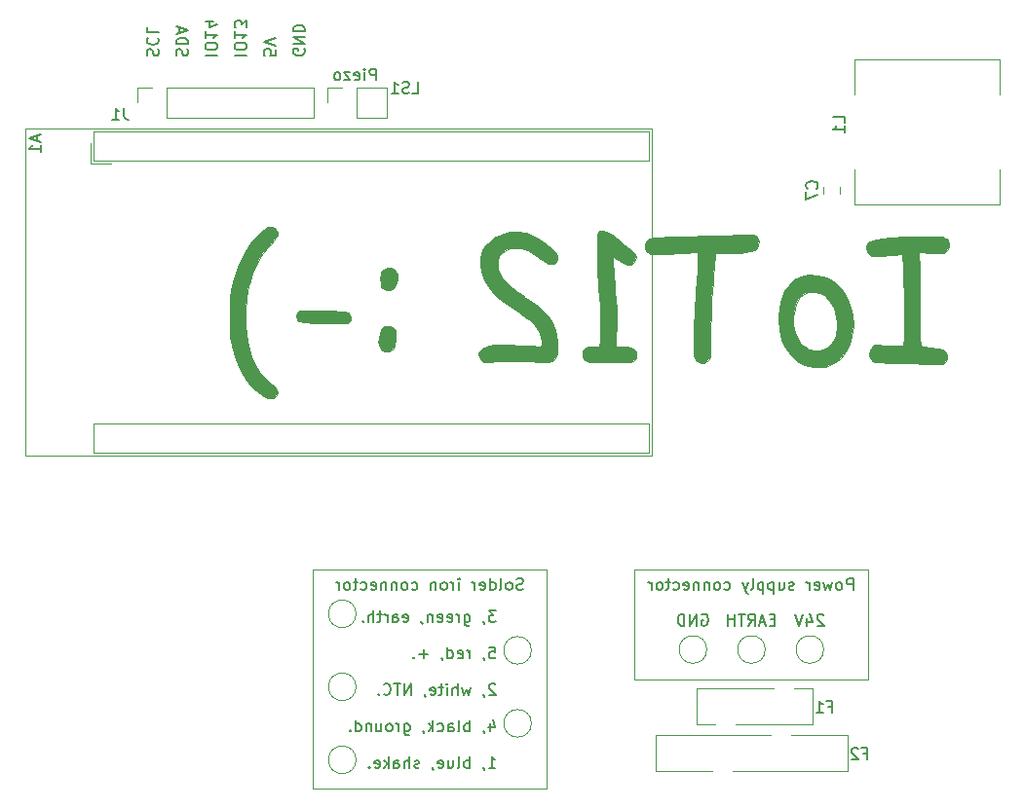
<source format=gbr>
%TF.GenerationSoftware,KiCad,Pcbnew,(5.1.9)-1*%
%TF.CreationDate,2021-01-17T18:49:44+01:00*%
%TF.ProjectId,IoT12,496f5431-322e-46b6-9963-61645f706362,rev?*%
%TF.SameCoordinates,Original*%
%TF.FileFunction,Legend,Bot*%
%TF.FilePolarity,Positive*%
%FSLAX46Y46*%
G04 Gerber Fmt 4.6, Leading zero omitted, Abs format (unit mm)*
G04 Created by KiCad (PCBNEW (5.1.9)-1) date 2021-01-17 18:49:44*
%MOMM*%
%LPD*%
G01*
G04 APERTURE LIST*
%ADD10C,0.150000*%
%ADD11C,0.120000*%
%ADD12C,0.010000*%
G04 APERTURE END LIST*
D10*
X-38504761Y23147976D02*
X-38552380Y23290833D01*
X-38552380Y23528928D01*
X-38504761Y23624166D01*
X-38457142Y23671785D01*
X-38361904Y23719404D01*
X-38266666Y23719404D01*
X-38171428Y23671785D01*
X-38123809Y23624166D01*
X-38076190Y23528928D01*
X-38028571Y23338452D01*
X-37980952Y23243214D01*
X-37933333Y23195595D01*
X-37838095Y23147976D01*
X-37742857Y23147976D01*
X-37647619Y23195595D01*
X-37600000Y23243214D01*
X-37552380Y23338452D01*
X-37552380Y23576547D01*
X-37600000Y23719404D01*
X-38457142Y24719404D02*
X-38504761Y24671785D01*
X-38552380Y24528928D01*
X-38552380Y24433690D01*
X-38504761Y24290833D01*
X-38409523Y24195595D01*
X-38314285Y24147976D01*
X-38123809Y24100357D01*
X-37980952Y24100357D01*
X-37790476Y24147976D01*
X-37695238Y24195595D01*
X-37600000Y24290833D01*
X-37552380Y24433690D01*
X-37552380Y24528928D01*
X-37600000Y24671785D01*
X-37647619Y24719404D01*
X-38552380Y25624166D02*
X-38552380Y25147976D01*
X-37552380Y25147976D01*
X-35964761Y23147976D02*
X-36012380Y23290833D01*
X-36012380Y23528928D01*
X-35964761Y23624166D01*
X-35917142Y23671785D01*
X-35821904Y23719404D01*
X-35726666Y23719404D01*
X-35631428Y23671785D01*
X-35583809Y23624166D01*
X-35536190Y23528928D01*
X-35488571Y23338452D01*
X-35440952Y23243214D01*
X-35393333Y23195595D01*
X-35298095Y23147976D01*
X-35202857Y23147976D01*
X-35107619Y23195595D01*
X-35060000Y23243214D01*
X-35012380Y23338452D01*
X-35012380Y23576547D01*
X-35060000Y23719404D01*
X-36012380Y24147976D02*
X-35012380Y24147976D01*
X-35012380Y24386071D01*
X-35060000Y24528928D01*
X-35155238Y24624166D01*
X-35250476Y24671785D01*
X-35440952Y24719404D01*
X-35583809Y24719404D01*
X-35774285Y24671785D01*
X-35869523Y24624166D01*
X-35964761Y24528928D01*
X-36012380Y24386071D01*
X-36012380Y24147976D01*
X-35726666Y25100357D02*
X-35726666Y25576547D01*
X-36012380Y25005119D02*
X-35012380Y25338452D01*
X-36012380Y25671785D01*
X-33472380Y23195595D02*
X-32472380Y23195595D01*
X-32472380Y23862261D02*
X-32472380Y24052738D01*
X-32520000Y24147976D01*
X-32615238Y24243214D01*
X-32805714Y24290833D01*
X-33139047Y24290833D01*
X-33329523Y24243214D01*
X-33424761Y24147976D01*
X-33472380Y24052738D01*
X-33472380Y23862261D01*
X-33424761Y23767023D01*
X-33329523Y23671785D01*
X-33139047Y23624166D01*
X-32805714Y23624166D01*
X-32615238Y23671785D01*
X-32520000Y23767023D01*
X-32472380Y23862261D01*
X-33472380Y25243214D02*
X-33472380Y24671785D01*
X-33472380Y24957500D02*
X-32472380Y24957500D01*
X-32615238Y24862261D01*
X-32710476Y24767023D01*
X-32758095Y24671785D01*
X-32805714Y26100357D02*
X-33472380Y26100357D01*
X-32424761Y25862261D02*
X-33139047Y25624166D01*
X-33139047Y26243214D01*
X-30932380Y23195595D02*
X-29932380Y23195595D01*
X-29932380Y23862261D02*
X-29932380Y24052738D01*
X-29980000Y24147976D01*
X-30075238Y24243214D01*
X-30265714Y24290833D01*
X-30599047Y24290833D01*
X-30789523Y24243214D01*
X-30884761Y24147976D01*
X-30932380Y24052738D01*
X-30932380Y23862261D01*
X-30884761Y23767023D01*
X-30789523Y23671785D01*
X-30599047Y23624166D01*
X-30265714Y23624166D01*
X-30075238Y23671785D01*
X-29980000Y23767023D01*
X-29932380Y23862261D01*
X-30932380Y25243214D02*
X-30932380Y24671785D01*
X-30932380Y24957499D02*
X-29932380Y24957499D01*
X-30075238Y24862261D01*
X-30170476Y24767023D01*
X-30218095Y24671785D01*
X-29932380Y25576547D02*
X-29932380Y26195595D01*
X-30313333Y25862261D01*
X-30313333Y26005119D01*
X-30360952Y26100357D01*
X-30408571Y26147976D01*
X-30503809Y26195595D01*
X-30741904Y26195595D01*
X-30837142Y26147976D01*
X-30884761Y26100357D01*
X-30932380Y26005119D01*
X-30932380Y25719404D01*
X-30884761Y25624166D01*
X-30837142Y25576547D01*
X-27392380Y23671785D02*
X-27392380Y23195595D01*
X-27868571Y23147976D01*
X-27820952Y23195595D01*
X-27773333Y23290833D01*
X-27773333Y23528928D01*
X-27820952Y23624166D01*
X-27868571Y23671785D01*
X-27963809Y23719404D01*
X-28201904Y23719404D01*
X-28297142Y23671785D01*
X-28344761Y23624166D01*
X-28392380Y23528928D01*
X-28392380Y23290833D01*
X-28344761Y23195595D01*
X-28297142Y23147976D01*
X-27392380Y24005119D02*
X-28392380Y24338452D01*
X-27392380Y24671785D01*
X-24900000Y23719404D02*
X-24852380Y23624166D01*
X-24852380Y23481309D01*
X-24900000Y23338452D01*
X-24995238Y23243214D01*
X-25090476Y23195595D01*
X-25280952Y23147976D01*
X-25423809Y23147976D01*
X-25614285Y23195595D01*
X-25709523Y23243214D01*
X-25804761Y23338452D01*
X-25852380Y23481309D01*
X-25852380Y23576547D01*
X-25804761Y23719404D01*
X-25757142Y23767023D01*
X-25423809Y23767023D01*
X-25423809Y23576547D01*
X-25852380Y24195595D02*
X-24852380Y24195595D01*
X-25852380Y24767023D01*
X-24852380Y24767023D01*
X-25852380Y25243214D02*
X-24852380Y25243214D01*
X-24852380Y25481309D01*
X-24900000Y25624166D01*
X-24995238Y25719404D01*
X-25090476Y25767023D01*
X-25280952Y25814642D01*
X-25423809Y25814642D01*
X-25614285Y25767023D01*
X-25709523Y25719404D01*
X-25804761Y25624166D01*
X-25852380Y25481309D01*
X-25852380Y25243214D01*
X-18661285Y21010619D02*
X-18661285Y22010619D01*
X-19042238Y22010619D01*
X-19137476Y21963000D01*
X-19185095Y21915380D01*
X-19232714Y21820142D01*
X-19232714Y21677285D01*
X-19185095Y21582047D01*
X-19137476Y21534428D01*
X-19042238Y21486809D01*
X-18661285Y21486809D01*
X-19661285Y21010619D02*
X-19661285Y21677285D01*
X-19661285Y22010619D02*
X-19613666Y21963000D01*
X-19661285Y21915380D01*
X-19708904Y21963000D01*
X-19661285Y22010619D01*
X-19661285Y21915380D01*
X-20518428Y21058238D02*
X-20423190Y21010619D01*
X-20232714Y21010619D01*
X-20137476Y21058238D01*
X-20089857Y21153476D01*
X-20089857Y21534428D01*
X-20137476Y21629666D01*
X-20232714Y21677285D01*
X-20423190Y21677285D01*
X-20518428Y21629666D01*
X-20566047Y21534428D01*
X-20566047Y21439190D01*
X-20089857Y21343952D01*
X-20899380Y21677285D02*
X-21423190Y21677285D01*
X-20899380Y21010619D01*
X-21423190Y21010619D01*
X-21947000Y21010619D02*
X-21851761Y21058238D01*
X-21804142Y21105857D01*
X-21756523Y21201095D01*
X-21756523Y21486809D01*
X-21804142Y21582047D01*
X-21851761Y21629666D01*
X-21947000Y21677285D01*
X-22089857Y21677285D01*
X-22185095Y21629666D01*
X-22232714Y21582047D01*
X-22280333Y21486809D01*
X-22280333Y21201095D01*
X-22232714Y21105857D01*
X-22185095Y21058238D01*
X-22089857Y21010619D01*
X-21947000Y21010619D01*
D11*
X3810000Y-31115000D02*
X3810000Y-21590000D01*
X24130000Y-31115000D02*
X3810000Y-31115000D01*
X24130000Y-21590000D02*
X24130000Y-31115000D01*
X3810000Y-21590000D02*
X24130000Y-21590000D01*
X-3810000Y-40640000D02*
X-24130000Y-40640000D01*
X-3810000Y-21590000D02*
X-3810000Y-40640000D01*
X-24130000Y-21590000D02*
X-3810000Y-21590000D01*
X-24130000Y-40640000D02*
X-24130000Y-21590000D01*
D10*
X-8860404Y-38806380D02*
X-8288976Y-38806380D01*
X-8574690Y-38806380D02*
X-8574690Y-37806380D01*
X-8479452Y-37949238D01*
X-8384214Y-38044476D01*
X-8288976Y-38092095D01*
X-9336595Y-38758761D02*
X-9336595Y-38806380D01*
X-9288976Y-38901619D01*
X-9241357Y-38949238D01*
X-10527071Y-38806380D02*
X-10527071Y-37806380D01*
X-10527071Y-38187333D02*
X-10622309Y-38139714D01*
X-10812785Y-38139714D01*
X-10908023Y-38187333D01*
X-10955642Y-38234952D01*
X-11003261Y-38330190D01*
X-11003261Y-38615904D01*
X-10955642Y-38711142D01*
X-10908023Y-38758761D01*
X-10812785Y-38806380D01*
X-10622309Y-38806380D01*
X-10527071Y-38758761D01*
X-11574690Y-38806380D02*
X-11479452Y-38758761D01*
X-11431833Y-38663523D01*
X-11431833Y-37806380D01*
X-12384214Y-38139714D02*
X-12384214Y-38806380D01*
X-11955642Y-38139714D02*
X-11955642Y-38663523D01*
X-12003261Y-38758761D01*
X-12098499Y-38806380D01*
X-12241357Y-38806380D01*
X-12336595Y-38758761D01*
X-12384214Y-38711142D01*
X-13241357Y-38758761D02*
X-13146119Y-38806380D01*
X-12955642Y-38806380D01*
X-12860404Y-38758761D01*
X-12812785Y-38663523D01*
X-12812785Y-38282571D01*
X-12860404Y-38187333D01*
X-12955642Y-38139714D01*
X-13146119Y-38139714D01*
X-13241357Y-38187333D01*
X-13288976Y-38282571D01*
X-13288976Y-38377809D01*
X-12812785Y-38473047D01*
X-13765166Y-38758761D02*
X-13765166Y-38806380D01*
X-13717547Y-38901619D01*
X-13669928Y-38949238D01*
X-14908023Y-38758761D02*
X-15003261Y-38806380D01*
X-15193738Y-38806380D01*
X-15288976Y-38758761D01*
X-15336595Y-38663523D01*
X-15336595Y-38615904D01*
X-15288976Y-38520666D01*
X-15193738Y-38473047D01*
X-15050880Y-38473047D01*
X-14955642Y-38425428D01*
X-14908023Y-38330190D01*
X-14908023Y-38282571D01*
X-14955642Y-38187333D01*
X-15050880Y-38139714D01*
X-15193738Y-38139714D01*
X-15288976Y-38187333D01*
X-15765166Y-38806380D02*
X-15765166Y-37806380D01*
X-16193738Y-38806380D02*
X-16193738Y-38282571D01*
X-16146119Y-38187333D01*
X-16050880Y-38139714D01*
X-15908023Y-38139714D01*
X-15812785Y-38187333D01*
X-15765166Y-38234952D01*
X-17098499Y-38806380D02*
X-17098499Y-38282571D01*
X-17050880Y-38187333D01*
X-16955642Y-38139714D01*
X-16765166Y-38139714D01*
X-16669928Y-38187333D01*
X-17098499Y-38758761D02*
X-17003261Y-38806380D01*
X-16765166Y-38806380D01*
X-16669928Y-38758761D01*
X-16622309Y-38663523D01*
X-16622309Y-38568285D01*
X-16669928Y-38473047D01*
X-16765166Y-38425428D01*
X-17003261Y-38425428D01*
X-17098499Y-38377809D01*
X-17574690Y-38806380D02*
X-17574690Y-37806380D01*
X-17669928Y-38425428D02*
X-17955642Y-38806380D01*
X-17955642Y-38139714D02*
X-17574690Y-38520666D01*
X-18765166Y-38758761D02*
X-18669928Y-38806380D01*
X-18479452Y-38806380D01*
X-18384214Y-38758761D01*
X-18336595Y-38663523D01*
X-18336595Y-38282571D01*
X-18384214Y-38187333D01*
X-18479452Y-38139714D01*
X-18669928Y-38139714D01*
X-18765166Y-38187333D01*
X-18812785Y-38282571D01*
X-18812785Y-38377809D01*
X-18336595Y-38473047D01*
X-19241357Y-38711142D02*
X-19288976Y-38758761D01*
X-19241357Y-38806380D01*
X-19193738Y-38758761D01*
X-19241357Y-38711142D01*
X-19241357Y-38806380D01*
X-8288976Y-31551619D02*
X-8336595Y-31504000D01*
X-8431833Y-31456380D01*
X-8669928Y-31456380D01*
X-8765166Y-31504000D01*
X-8812785Y-31551619D01*
X-8860404Y-31646857D01*
X-8860404Y-31742095D01*
X-8812785Y-31884952D01*
X-8241357Y-32456380D01*
X-8860404Y-32456380D01*
X-9336595Y-32408761D02*
X-9336595Y-32456380D01*
X-9288976Y-32551619D01*
X-9241357Y-32599238D01*
X-10431833Y-31789714D02*
X-10622309Y-32456380D01*
X-10812785Y-31980190D01*
X-11003261Y-32456380D01*
X-11193738Y-31789714D01*
X-11574690Y-32456380D02*
X-11574690Y-31456380D01*
X-12003261Y-32456380D02*
X-12003261Y-31932571D01*
X-11955642Y-31837333D01*
X-11860404Y-31789714D01*
X-11717547Y-31789714D01*
X-11622309Y-31837333D01*
X-11574690Y-31884952D01*
X-12479452Y-32456380D02*
X-12479452Y-31789714D01*
X-12479452Y-31456380D02*
X-12431833Y-31504000D01*
X-12479452Y-31551619D01*
X-12527071Y-31504000D01*
X-12479452Y-31456380D01*
X-12479452Y-31551619D01*
X-12812785Y-31789714D02*
X-13193738Y-31789714D01*
X-12955642Y-31456380D02*
X-12955642Y-32313523D01*
X-13003261Y-32408761D01*
X-13098499Y-32456380D01*
X-13193738Y-32456380D01*
X-13908023Y-32408761D02*
X-13812785Y-32456380D01*
X-13622309Y-32456380D01*
X-13527071Y-32408761D01*
X-13479452Y-32313523D01*
X-13479452Y-31932571D01*
X-13527071Y-31837333D01*
X-13622309Y-31789714D01*
X-13812785Y-31789714D01*
X-13908023Y-31837333D01*
X-13955642Y-31932571D01*
X-13955642Y-32027809D01*
X-13479452Y-32123047D01*
X-14431833Y-32408761D02*
X-14431833Y-32456380D01*
X-14384214Y-32551619D01*
X-14336595Y-32599238D01*
X-15622309Y-32456380D02*
X-15622309Y-31456380D01*
X-16193738Y-32456380D01*
X-16193738Y-31456380D01*
X-16527071Y-31456380D02*
X-17098499Y-31456380D01*
X-16812785Y-32456380D02*
X-16812785Y-31456380D01*
X-18003261Y-32361142D02*
X-17955642Y-32408761D01*
X-17812785Y-32456380D01*
X-17717547Y-32456380D01*
X-17574690Y-32408761D01*
X-17479452Y-32313523D01*
X-17431833Y-32218285D01*
X-17384214Y-32027809D01*
X-17384214Y-31884952D01*
X-17431833Y-31694476D01*
X-17479452Y-31599238D01*
X-17574690Y-31504000D01*
X-17717547Y-31456380D01*
X-17812785Y-31456380D01*
X-17955642Y-31504000D01*
X-18003261Y-31551619D01*
X-18431833Y-32361142D02*
X-18479452Y-32408761D01*
X-18431833Y-32456380D01*
X-18384214Y-32408761D01*
X-18431833Y-32361142D01*
X-18431833Y-32456380D01*
X22803333Y-23312380D02*
X22803333Y-22312380D01*
X22422380Y-22312380D01*
X22327142Y-22360000D01*
X22279523Y-22407619D01*
X22231904Y-22502857D01*
X22231904Y-22645714D01*
X22279523Y-22740952D01*
X22327142Y-22788571D01*
X22422380Y-22836190D01*
X22803333Y-22836190D01*
X21660476Y-23312380D02*
X21755714Y-23264761D01*
X21803333Y-23217142D01*
X21850952Y-23121904D01*
X21850952Y-22836190D01*
X21803333Y-22740952D01*
X21755714Y-22693333D01*
X21660476Y-22645714D01*
X21517619Y-22645714D01*
X21422380Y-22693333D01*
X21374761Y-22740952D01*
X21327142Y-22836190D01*
X21327142Y-23121904D01*
X21374761Y-23217142D01*
X21422380Y-23264761D01*
X21517619Y-23312380D01*
X21660476Y-23312380D01*
X20993809Y-22645714D02*
X20803333Y-23312380D01*
X20612857Y-22836190D01*
X20422380Y-23312380D01*
X20231904Y-22645714D01*
X19470000Y-23264761D02*
X19565238Y-23312380D01*
X19755714Y-23312380D01*
X19850952Y-23264761D01*
X19898571Y-23169523D01*
X19898571Y-22788571D01*
X19850952Y-22693333D01*
X19755714Y-22645714D01*
X19565238Y-22645714D01*
X19470000Y-22693333D01*
X19422380Y-22788571D01*
X19422380Y-22883809D01*
X19898571Y-22979047D01*
X18993809Y-23312380D02*
X18993809Y-22645714D01*
X18993809Y-22836190D02*
X18946190Y-22740952D01*
X18898571Y-22693333D01*
X18803333Y-22645714D01*
X18708095Y-22645714D01*
X17660476Y-23264761D02*
X17565238Y-23312380D01*
X17374761Y-23312380D01*
X17279523Y-23264761D01*
X17231904Y-23169523D01*
X17231904Y-23121904D01*
X17279523Y-23026666D01*
X17374761Y-22979047D01*
X17517619Y-22979047D01*
X17612857Y-22931428D01*
X17660476Y-22836190D01*
X17660476Y-22788571D01*
X17612857Y-22693333D01*
X17517619Y-22645714D01*
X17374761Y-22645714D01*
X17279523Y-22693333D01*
X16374761Y-22645714D02*
X16374761Y-23312380D01*
X16803333Y-22645714D02*
X16803333Y-23169523D01*
X16755714Y-23264761D01*
X16660476Y-23312380D01*
X16517619Y-23312380D01*
X16422380Y-23264761D01*
X16374761Y-23217142D01*
X15898571Y-22645714D02*
X15898571Y-23645714D01*
X15898571Y-22693333D02*
X15803333Y-22645714D01*
X15612857Y-22645714D01*
X15517619Y-22693333D01*
X15470000Y-22740952D01*
X15422380Y-22836190D01*
X15422380Y-23121904D01*
X15470000Y-23217142D01*
X15517619Y-23264761D01*
X15612857Y-23312380D01*
X15803333Y-23312380D01*
X15898571Y-23264761D01*
X14993809Y-22645714D02*
X14993809Y-23645714D01*
X14993809Y-22693333D02*
X14898571Y-22645714D01*
X14708095Y-22645714D01*
X14612857Y-22693333D01*
X14565238Y-22740952D01*
X14517619Y-22836190D01*
X14517619Y-23121904D01*
X14565238Y-23217142D01*
X14612857Y-23264761D01*
X14708095Y-23312380D01*
X14898571Y-23312380D01*
X14993809Y-23264761D01*
X13946190Y-23312380D02*
X14041428Y-23264761D01*
X14089047Y-23169523D01*
X14089047Y-22312380D01*
X13660476Y-22645714D02*
X13422380Y-23312380D01*
X13184285Y-22645714D02*
X13422380Y-23312380D01*
X13517619Y-23550476D01*
X13565238Y-23598095D01*
X13660476Y-23645714D01*
X11612857Y-23264761D02*
X11708095Y-23312380D01*
X11898571Y-23312380D01*
X11993809Y-23264761D01*
X12041428Y-23217142D01*
X12089047Y-23121904D01*
X12089047Y-22836190D01*
X12041428Y-22740952D01*
X11993809Y-22693333D01*
X11898571Y-22645714D01*
X11708095Y-22645714D01*
X11612857Y-22693333D01*
X11041428Y-23312380D02*
X11136666Y-23264761D01*
X11184285Y-23217142D01*
X11231904Y-23121904D01*
X11231904Y-22836190D01*
X11184285Y-22740952D01*
X11136666Y-22693333D01*
X11041428Y-22645714D01*
X10898571Y-22645714D01*
X10803333Y-22693333D01*
X10755714Y-22740952D01*
X10708095Y-22836190D01*
X10708095Y-23121904D01*
X10755714Y-23217142D01*
X10803333Y-23264761D01*
X10898571Y-23312380D01*
X11041428Y-23312380D01*
X10279523Y-22645714D02*
X10279523Y-23312380D01*
X10279523Y-22740952D02*
X10231904Y-22693333D01*
X10136666Y-22645714D01*
X9993809Y-22645714D01*
X9898571Y-22693333D01*
X9850952Y-22788571D01*
X9850952Y-23312380D01*
X9374761Y-22645714D02*
X9374761Y-23312380D01*
X9374761Y-22740952D02*
X9327142Y-22693333D01*
X9231904Y-22645714D01*
X9089047Y-22645714D01*
X8993809Y-22693333D01*
X8946190Y-22788571D01*
X8946190Y-23312380D01*
X8089047Y-23264761D02*
X8184285Y-23312380D01*
X8374761Y-23312380D01*
X8470000Y-23264761D01*
X8517619Y-23169523D01*
X8517619Y-22788571D01*
X8470000Y-22693333D01*
X8374761Y-22645714D01*
X8184285Y-22645714D01*
X8089047Y-22693333D01*
X8041428Y-22788571D01*
X8041428Y-22883809D01*
X8517619Y-22979047D01*
X7184285Y-23264761D02*
X7279523Y-23312380D01*
X7470000Y-23312380D01*
X7565238Y-23264761D01*
X7612857Y-23217142D01*
X7660476Y-23121904D01*
X7660476Y-22836190D01*
X7612857Y-22740952D01*
X7565238Y-22693333D01*
X7470000Y-22645714D01*
X7279523Y-22645714D01*
X7184285Y-22693333D01*
X6898571Y-22645714D02*
X6517619Y-22645714D01*
X6755714Y-22312380D02*
X6755714Y-23169523D01*
X6708095Y-23264761D01*
X6612857Y-23312380D01*
X6517619Y-23312380D01*
X6041428Y-23312380D02*
X6136666Y-23264761D01*
X6184285Y-23217142D01*
X6231904Y-23121904D01*
X6231904Y-22836190D01*
X6184285Y-22740952D01*
X6136666Y-22693333D01*
X6041428Y-22645714D01*
X5898571Y-22645714D01*
X5803333Y-22693333D01*
X5755714Y-22740952D01*
X5708095Y-22836190D01*
X5708095Y-23121904D01*
X5755714Y-23217142D01*
X5803333Y-23264761D01*
X5898571Y-23312380D01*
X6041428Y-23312380D01*
X5279523Y-23312380D02*
X5279523Y-22645714D01*
X5279523Y-22836190D02*
X5231904Y-22740952D01*
X5184285Y-22693333D01*
X5089047Y-22645714D01*
X4993809Y-22645714D01*
X-5874761Y-23264761D02*
X-6017619Y-23312380D01*
X-6255714Y-23312380D01*
X-6350952Y-23264761D01*
X-6398571Y-23217142D01*
X-6446190Y-23121904D01*
X-6446190Y-23026666D01*
X-6398571Y-22931428D01*
X-6350952Y-22883809D01*
X-6255714Y-22836190D01*
X-6065238Y-22788571D01*
X-5970000Y-22740952D01*
X-5922380Y-22693333D01*
X-5874761Y-22598095D01*
X-5874761Y-22502857D01*
X-5922380Y-22407619D01*
X-5970000Y-22360000D01*
X-6065238Y-22312380D01*
X-6303333Y-22312380D01*
X-6446190Y-22360000D01*
X-7017619Y-23312380D02*
X-6922380Y-23264761D01*
X-6874761Y-23217142D01*
X-6827142Y-23121904D01*
X-6827142Y-22836190D01*
X-6874761Y-22740952D01*
X-6922380Y-22693333D01*
X-7017619Y-22645714D01*
X-7160476Y-22645714D01*
X-7255714Y-22693333D01*
X-7303333Y-22740952D01*
X-7350952Y-22836190D01*
X-7350952Y-23121904D01*
X-7303333Y-23217142D01*
X-7255714Y-23264761D01*
X-7160476Y-23312380D01*
X-7017619Y-23312380D01*
X-7922380Y-23312380D02*
X-7827142Y-23264761D01*
X-7779523Y-23169523D01*
X-7779523Y-22312380D01*
X-8731904Y-23312380D02*
X-8731904Y-22312380D01*
X-8731904Y-23264761D02*
X-8636666Y-23312380D01*
X-8446190Y-23312380D01*
X-8350952Y-23264761D01*
X-8303333Y-23217142D01*
X-8255714Y-23121904D01*
X-8255714Y-22836190D01*
X-8303333Y-22740952D01*
X-8350952Y-22693333D01*
X-8446190Y-22645714D01*
X-8636666Y-22645714D01*
X-8731904Y-22693333D01*
X-9589047Y-23264761D02*
X-9493809Y-23312380D01*
X-9303333Y-23312380D01*
X-9208095Y-23264761D01*
X-9160476Y-23169523D01*
X-9160476Y-22788571D01*
X-9208095Y-22693333D01*
X-9303333Y-22645714D01*
X-9493809Y-22645714D01*
X-9589047Y-22693333D01*
X-9636666Y-22788571D01*
X-9636666Y-22883809D01*
X-9160476Y-22979047D01*
X-10065238Y-23312380D02*
X-10065238Y-22645714D01*
X-10065238Y-22836190D02*
X-10112857Y-22740952D01*
X-10160476Y-22693333D01*
X-10255714Y-22645714D01*
X-10350952Y-22645714D01*
X-11446190Y-23312380D02*
X-11446190Y-22645714D01*
X-11446190Y-22312380D02*
X-11398571Y-22360000D01*
X-11446190Y-22407619D01*
X-11493809Y-22360000D01*
X-11446190Y-22312380D01*
X-11446190Y-22407619D01*
X-11922380Y-23312380D02*
X-11922380Y-22645714D01*
X-11922380Y-22836190D02*
X-11969999Y-22740952D01*
X-12017619Y-22693333D01*
X-12112857Y-22645714D01*
X-12208095Y-22645714D01*
X-12684285Y-23312380D02*
X-12589047Y-23264761D01*
X-12541428Y-23217142D01*
X-12493809Y-23121904D01*
X-12493809Y-22836190D01*
X-12541428Y-22740952D01*
X-12589047Y-22693333D01*
X-12684285Y-22645714D01*
X-12827142Y-22645714D01*
X-12922380Y-22693333D01*
X-12969999Y-22740952D01*
X-13017619Y-22836190D01*
X-13017619Y-23121904D01*
X-12969999Y-23217142D01*
X-12922380Y-23264761D01*
X-12827142Y-23312380D01*
X-12684285Y-23312380D01*
X-13446190Y-22645714D02*
X-13446190Y-23312380D01*
X-13446190Y-22740952D02*
X-13493809Y-22693333D01*
X-13589047Y-22645714D01*
X-13731904Y-22645714D01*
X-13827142Y-22693333D01*
X-13874761Y-22788571D01*
X-13874761Y-23312380D01*
X-15541428Y-23264761D02*
X-15446190Y-23312380D01*
X-15255714Y-23312380D01*
X-15160476Y-23264761D01*
X-15112857Y-23217142D01*
X-15065238Y-23121904D01*
X-15065238Y-22836190D01*
X-15112857Y-22740952D01*
X-15160476Y-22693333D01*
X-15255714Y-22645714D01*
X-15446190Y-22645714D01*
X-15541428Y-22693333D01*
X-16112857Y-23312380D02*
X-16017619Y-23264761D01*
X-15970000Y-23217142D01*
X-15922380Y-23121904D01*
X-15922380Y-22836190D01*
X-15970000Y-22740952D01*
X-16017619Y-22693333D01*
X-16112857Y-22645714D01*
X-16255714Y-22645714D01*
X-16350952Y-22693333D01*
X-16398571Y-22740952D01*
X-16446190Y-22836190D01*
X-16446190Y-23121904D01*
X-16398571Y-23217142D01*
X-16350952Y-23264761D01*
X-16255714Y-23312380D01*
X-16112857Y-23312380D01*
X-16874761Y-22645714D02*
X-16874761Y-23312380D01*
X-16874761Y-22740952D02*
X-16922380Y-22693333D01*
X-17017619Y-22645714D01*
X-17160476Y-22645714D01*
X-17255714Y-22693333D01*
X-17303333Y-22788571D01*
X-17303333Y-23312380D01*
X-17779523Y-22645714D02*
X-17779523Y-23312380D01*
X-17779523Y-22740952D02*
X-17827142Y-22693333D01*
X-17922380Y-22645714D01*
X-18065238Y-22645714D01*
X-18160476Y-22693333D01*
X-18208095Y-22788571D01*
X-18208095Y-23312380D01*
X-19065238Y-23264761D02*
X-18970000Y-23312380D01*
X-18779523Y-23312380D01*
X-18684285Y-23264761D01*
X-18636666Y-23169523D01*
X-18636666Y-22788571D01*
X-18684285Y-22693333D01*
X-18779523Y-22645714D01*
X-18970000Y-22645714D01*
X-19065238Y-22693333D01*
X-19112857Y-22788571D01*
X-19112857Y-22883809D01*
X-18636666Y-22979047D01*
X-19970000Y-23264761D02*
X-19874761Y-23312380D01*
X-19684285Y-23312380D01*
X-19589047Y-23264761D01*
X-19541428Y-23217142D01*
X-19493809Y-23121904D01*
X-19493809Y-22836190D01*
X-19541428Y-22740952D01*
X-19589047Y-22693333D01*
X-19684285Y-22645714D01*
X-19874761Y-22645714D01*
X-19970000Y-22693333D01*
X-20255714Y-22645714D02*
X-20636666Y-22645714D01*
X-20398571Y-22312380D02*
X-20398571Y-23169523D01*
X-20446190Y-23264761D01*
X-20541428Y-23312380D01*
X-20636666Y-23312380D01*
X-21112857Y-23312380D02*
X-21017619Y-23264761D01*
X-20970000Y-23217142D01*
X-20922380Y-23121904D01*
X-20922380Y-22836190D01*
X-20970000Y-22740952D01*
X-21017619Y-22693333D01*
X-21112857Y-22645714D01*
X-21255714Y-22645714D01*
X-21350952Y-22693333D01*
X-21398571Y-22740952D01*
X-21446190Y-22836190D01*
X-21446190Y-23121904D01*
X-21398571Y-23217142D01*
X-21350952Y-23264761D01*
X-21255714Y-23312380D01*
X-21112857Y-23312380D01*
X-21874761Y-23312380D02*
X-21874761Y-22645714D01*
X-21874761Y-22836190D02*
X-21922380Y-22740952D01*
X-21970000Y-22693333D01*
X-22065238Y-22645714D01*
X-22160476Y-22645714D01*
X-8241357Y-25106380D02*
X-8860404Y-25106380D01*
X-8527071Y-25487333D01*
X-8669928Y-25487333D01*
X-8765166Y-25534952D01*
X-8812785Y-25582571D01*
X-8860404Y-25677809D01*
X-8860404Y-25915904D01*
X-8812785Y-26011142D01*
X-8765166Y-26058761D01*
X-8669928Y-26106380D01*
X-8384214Y-26106380D01*
X-8288976Y-26058761D01*
X-8241357Y-26011142D01*
X-9336595Y-26058761D02*
X-9336595Y-26106380D01*
X-9288976Y-26201619D01*
X-9241357Y-26249238D01*
X-10955642Y-25439714D02*
X-10955642Y-26249238D01*
X-10908023Y-26344476D01*
X-10860404Y-26392095D01*
X-10765166Y-26439714D01*
X-10622309Y-26439714D01*
X-10527071Y-26392095D01*
X-10955642Y-26058761D02*
X-10860404Y-26106380D01*
X-10669928Y-26106380D01*
X-10574690Y-26058761D01*
X-10527071Y-26011142D01*
X-10479452Y-25915904D01*
X-10479452Y-25630190D01*
X-10527071Y-25534952D01*
X-10574690Y-25487333D01*
X-10669928Y-25439714D01*
X-10860404Y-25439714D01*
X-10955642Y-25487333D01*
X-11431833Y-26106380D02*
X-11431833Y-25439714D01*
X-11431833Y-25630190D02*
X-11479452Y-25534952D01*
X-11527071Y-25487333D01*
X-11622309Y-25439714D01*
X-11717547Y-25439714D01*
X-12431833Y-26058761D02*
X-12336595Y-26106380D01*
X-12146119Y-26106380D01*
X-12050880Y-26058761D01*
X-12003261Y-25963523D01*
X-12003261Y-25582571D01*
X-12050880Y-25487333D01*
X-12146119Y-25439714D01*
X-12336595Y-25439714D01*
X-12431833Y-25487333D01*
X-12479452Y-25582571D01*
X-12479452Y-25677809D01*
X-12003261Y-25773047D01*
X-13288976Y-26058761D02*
X-13193738Y-26106380D01*
X-13003261Y-26106380D01*
X-12908023Y-26058761D01*
X-12860404Y-25963523D01*
X-12860404Y-25582571D01*
X-12908023Y-25487333D01*
X-13003261Y-25439714D01*
X-13193738Y-25439714D01*
X-13288976Y-25487333D01*
X-13336595Y-25582571D01*
X-13336595Y-25677809D01*
X-12860404Y-25773047D01*
X-13765166Y-25439714D02*
X-13765166Y-26106380D01*
X-13765166Y-25534952D02*
X-13812785Y-25487333D01*
X-13908023Y-25439714D01*
X-14050880Y-25439714D01*
X-14146119Y-25487333D01*
X-14193738Y-25582571D01*
X-14193738Y-26106380D01*
X-14717547Y-26058761D02*
X-14717547Y-26106380D01*
X-14669928Y-26201619D01*
X-14622309Y-26249238D01*
X-16288976Y-26058761D02*
X-16193738Y-26106380D01*
X-16003261Y-26106380D01*
X-15908023Y-26058761D01*
X-15860404Y-25963523D01*
X-15860404Y-25582571D01*
X-15908023Y-25487333D01*
X-16003261Y-25439714D01*
X-16193738Y-25439714D01*
X-16288976Y-25487333D01*
X-16336595Y-25582571D01*
X-16336595Y-25677809D01*
X-15860404Y-25773047D01*
X-17193738Y-26106380D02*
X-17193738Y-25582571D01*
X-17146119Y-25487333D01*
X-17050880Y-25439714D01*
X-16860404Y-25439714D01*
X-16765166Y-25487333D01*
X-17193738Y-26058761D02*
X-17098500Y-26106380D01*
X-16860404Y-26106380D01*
X-16765166Y-26058761D01*
X-16717547Y-25963523D01*
X-16717547Y-25868285D01*
X-16765166Y-25773047D01*
X-16860404Y-25725428D01*
X-17098500Y-25725428D01*
X-17193738Y-25677809D01*
X-17669928Y-26106380D02*
X-17669928Y-25439714D01*
X-17669928Y-25630190D02*
X-17717547Y-25534952D01*
X-17765166Y-25487333D01*
X-17860404Y-25439714D01*
X-17955642Y-25439714D01*
X-18146119Y-25439714D02*
X-18527071Y-25439714D01*
X-18288976Y-25106380D02*
X-18288976Y-25963523D01*
X-18336595Y-26058761D01*
X-18431833Y-26106380D01*
X-18527071Y-26106380D01*
X-18860404Y-26106380D02*
X-18860404Y-25106380D01*
X-19288976Y-26106380D02*
X-19288976Y-25582571D01*
X-19241357Y-25487333D01*
X-19146119Y-25439714D01*
X-19003261Y-25439714D01*
X-18908023Y-25487333D01*
X-18860404Y-25534952D01*
X-19765166Y-26011142D02*
X-19812785Y-26058761D01*
X-19765166Y-26106380D01*
X-19717547Y-26058761D01*
X-19765166Y-26011142D01*
X-19765166Y-26106380D01*
X-8812785Y-28281380D02*
X-8336595Y-28281380D01*
X-8288976Y-28757571D01*
X-8336595Y-28709952D01*
X-8431833Y-28662333D01*
X-8669928Y-28662333D01*
X-8765166Y-28709952D01*
X-8812785Y-28757571D01*
X-8860404Y-28852809D01*
X-8860404Y-29090904D01*
X-8812785Y-29186142D01*
X-8765166Y-29233761D01*
X-8669928Y-29281380D01*
X-8431833Y-29281380D01*
X-8336595Y-29233761D01*
X-8288976Y-29186142D01*
X-9336595Y-29233761D02*
X-9336595Y-29281380D01*
X-9288976Y-29376619D01*
X-9241357Y-29424238D01*
X-10527071Y-29281380D02*
X-10527071Y-28614714D01*
X-10527071Y-28805190D02*
X-10574690Y-28709952D01*
X-10622309Y-28662333D01*
X-10717547Y-28614714D01*
X-10812785Y-28614714D01*
X-11527071Y-29233761D02*
X-11431833Y-29281380D01*
X-11241357Y-29281380D01*
X-11146119Y-29233761D01*
X-11098500Y-29138523D01*
X-11098500Y-28757571D01*
X-11146119Y-28662333D01*
X-11241357Y-28614714D01*
X-11431833Y-28614714D01*
X-11527071Y-28662333D01*
X-11574690Y-28757571D01*
X-11574690Y-28852809D01*
X-11098500Y-28948047D01*
X-12431833Y-29281380D02*
X-12431833Y-28281380D01*
X-12431833Y-29233761D02*
X-12336595Y-29281380D01*
X-12146119Y-29281380D01*
X-12050880Y-29233761D01*
X-12003261Y-29186142D01*
X-11955642Y-29090904D01*
X-11955642Y-28805190D01*
X-12003261Y-28709952D01*
X-12050880Y-28662333D01*
X-12146119Y-28614714D01*
X-12336595Y-28614714D01*
X-12431833Y-28662333D01*
X-12955642Y-29233761D02*
X-12955642Y-29281380D01*
X-12908023Y-29376619D01*
X-12860404Y-29424238D01*
X-14146119Y-28900428D02*
X-14908023Y-28900428D01*
X-14527071Y-29281380D02*
X-14527071Y-28519476D01*
X-15384214Y-29186142D02*
X-15431833Y-29233761D01*
X-15384214Y-29281380D01*
X-15336595Y-29233761D01*
X-15384214Y-29186142D01*
X-15384214Y-29281380D01*
X-8765166Y-34964714D02*
X-8765166Y-35631380D01*
X-8527071Y-34583761D02*
X-8288976Y-35298047D01*
X-8908023Y-35298047D01*
X-9336595Y-35583761D02*
X-9336595Y-35631380D01*
X-9288976Y-35726619D01*
X-9241357Y-35774238D01*
X-10527071Y-35631380D02*
X-10527071Y-34631380D01*
X-10527071Y-35012333D02*
X-10622309Y-34964714D01*
X-10812785Y-34964714D01*
X-10908023Y-35012333D01*
X-10955642Y-35059952D01*
X-11003261Y-35155190D01*
X-11003261Y-35440904D01*
X-10955642Y-35536142D01*
X-10908023Y-35583761D01*
X-10812785Y-35631380D01*
X-10622309Y-35631380D01*
X-10527071Y-35583761D01*
X-11574690Y-35631380D02*
X-11479452Y-35583761D01*
X-11431833Y-35488523D01*
X-11431833Y-34631380D01*
X-12384214Y-35631380D02*
X-12384214Y-35107571D01*
X-12336595Y-35012333D01*
X-12241357Y-34964714D01*
X-12050880Y-34964714D01*
X-11955642Y-35012333D01*
X-12384214Y-35583761D02*
X-12288976Y-35631380D01*
X-12050880Y-35631380D01*
X-11955642Y-35583761D01*
X-11908023Y-35488523D01*
X-11908023Y-35393285D01*
X-11955642Y-35298047D01*
X-12050880Y-35250428D01*
X-12288976Y-35250428D01*
X-12384214Y-35202809D01*
X-13288976Y-35583761D02*
X-13193738Y-35631380D01*
X-13003261Y-35631380D01*
X-12908023Y-35583761D01*
X-12860404Y-35536142D01*
X-12812785Y-35440904D01*
X-12812785Y-35155190D01*
X-12860404Y-35059952D01*
X-12908023Y-35012333D01*
X-13003261Y-34964714D01*
X-13193738Y-34964714D01*
X-13288976Y-35012333D01*
X-13717547Y-35631380D02*
X-13717547Y-34631380D01*
X-13812785Y-35250428D02*
X-14098499Y-35631380D01*
X-14098499Y-34964714D02*
X-13717547Y-35345666D01*
X-14574690Y-35583761D02*
X-14574690Y-35631380D01*
X-14527071Y-35726619D01*
X-14479452Y-35774238D01*
X-16193738Y-34964714D02*
X-16193738Y-35774238D01*
X-16146119Y-35869476D01*
X-16098499Y-35917095D01*
X-16003261Y-35964714D01*
X-15860404Y-35964714D01*
X-15765166Y-35917095D01*
X-16193738Y-35583761D02*
X-16098499Y-35631380D01*
X-15908023Y-35631380D01*
X-15812785Y-35583761D01*
X-15765166Y-35536142D01*
X-15717547Y-35440904D01*
X-15717547Y-35155190D01*
X-15765166Y-35059952D01*
X-15812785Y-35012333D01*
X-15908023Y-34964714D01*
X-16098499Y-34964714D01*
X-16193738Y-35012333D01*
X-16669928Y-35631380D02*
X-16669928Y-34964714D01*
X-16669928Y-35155190D02*
X-16717547Y-35059952D01*
X-16765166Y-35012333D01*
X-16860404Y-34964714D01*
X-16955642Y-34964714D01*
X-17431833Y-35631380D02*
X-17336595Y-35583761D01*
X-17288976Y-35536142D01*
X-17241357Y-35440904D01*
X-17241357Y-35155190D01*
X-17288976Y-35059952D01*
X-17336595Y-35012333D01*
X-17431833Y-34964714D01*
X-17574690Y-34964714D01*
X-17669928Y-35012333D01*
X-17717547Y-35059952D01*
X-17765166Y-35155190D01*
X-17765166Y-35440904D01*
X-17717547Y-35536142D01*
X-17669928Y-35583761D01*
X-17574690Y-35631380D01*
X-17431833Y-35631380D01*
X-18622309Y-34964714D02*
X-18622309Y-35631380D01*
X-18193738Y-34964714D02*
X-18193738Y-35488523D01*
X-18241357Y-35583761D01*
X-18336595Y-35631380D01*
X-18479452Y-35631380D01*
X-18574690Y-35583761D01*
X-18622309Y-35536142D01*
X-19098499Y-34964714D02*
X-19098499Y-35631380D01*
X-19098499Y-35059952D02*
X-19146119Y-35012333D01*
X-19241357Y-34964714D01*
X-19384214Y-34964714D01*
X-19479452Y-35012333D01*
X-19527071Y-35107571D01*
X-19527071Y-35631380D01*
X-20431833Y-35631380D02*
X-20431833Y-34631380D01*
X-20431833Y-35583761D02*
X-20336595Y-35631380D01*
X-20146119Y-35631380D01*
X-20050880Y-35583761D01*
X-20003261Y-35536142D01*
X-19955642Y-35440904D01*
X-19955642Y-35155190D01*
X-20003261Y-35059952D01*
X-20050880Y-35012333D01*
X-20146119Y-34964714D01*
X-20336595Y-34964714D01*
X-20431833Y-35012333D01*
X-20908023Y-35536142D02*
X-20955642Y-35583761D01*
X-20908023Y-35631380D01*
X-20860404Y-35583761D01*
X-20908023Y-35536142D01*
X-20908023Y-35631380D01*
X16017619Y-25893571D02*
X15684285Y-25893571D01*
X15541428Y-26417380D02*
X16017619Y-26417380D01*
X16017619Y-25417380D01*
X15541428Y-25417380D01*
X15160476Y-26131666D02*
X14684285Y-26131666D01*
X15255714Y-26417380D02*
X14922380Y-25417380D01*
X14589047Y-26417380D01*
X13684285Y-26417380D02*
X14017619Y-25941190D01*
X14255714Y-26417380D02*
X14255714Y-25417380D01*
X13874761Y-25417380D01*
X13779523Y-25465000D01*
X13731904Y-25512619D01*
X13684285Y-25607857D01*
X13684285Y-25750714D01*
X13731904Y-25845952D01*
X13779523Y-25893571D01*
X13874761Y-25941190D01*
X14255714Y-25941190D01*
X13398571Y-25417380D02*
X12827142Y-25417380D01*
X13112857Y-26417380D02*
X13112857Y-25417380D01*
X12493809Y-26417380D02*
X12493809Y-25417380D01*
X12493809Y-25893571D02*
X11922380Y-25893571D01*
X11922380Y-26417380D02*
X11922380Y-25417380D01*
X9651904Y-25465000D02*
X9747142Y-25417380D01*
X9890000Y-25417380D01*
X10032857Y-25465000D01*
X10128095Y-25560238D01*
X10175714Y-25655476D01*
X10223333Y-25845952D01*
X10223333Y-25988809D01*
X10175714Y-26179285D01*
X10128095Y-26274523D01*
X10032857Y-26369761D01*
X9890000Y-26417380D01*
X9794761Y-26417380D01*
X9651904Y-26369761D01*
X9604285Y-26322142D01*
X9604285Y-25988809D01*
X9794761Y-25988809D01*
X9175714Y-26417380D02*
X9175714Y-25417380D01*
X8604285Y-26417380D01*
X8604285Y-25417380D01*
X8128095Y-26417380D02*
X8128095Y-25417380D01*
X7890000Y-25417380D01*
X7747142Y-25465000D01*
X7651904Y-25560238D01*
X7604285Y-25655476D01*
X7556666Y-25845952D01*
X7556666Y-25988809D01*
X7604285Y-26179285D01*
X7651904Y-26274523D01*
X7747142Y-26369761D01*
X7890000Y-26417380D01*
X8128095Y-26417380D01*
X20240476Y-25512619D02*
X20192857Y-25465000D01*
X20097619Y-25417380D01*
X19859523Y-25417380D01*
X19764285Y-25465000D01*
X19716666Y-25512619D01*
X19669047Y-25607857D01*
X19669047Y-25703095D01*
X19716666Y-25845952D01*
X20288095Y-26417380D01*
X19669047Y-26417380D01*
X18811904Y-25750714D02*
X18811904Y-26417380D01*
X19050000Y-25369761D02*
X19288095Y-26084047D01*
X18669047Y-26084047D01*
X18430952Y-25417380D02*
X18097619Y-26417380D01*
X17764285Y-25417380D01*
D12*
%TO.C,G\u002A\u002A\u002A*%
G36*
X-28042566Y8217927D02*
G01*
X-28409073Y8002357D01*
X-28839405Y7632169D01*
X-28921470Y7551457D01*
X-29547972Y6815480D01*
X-30105173Y5933226D01*
X-30587535Y4915284D01*
X-30989521Y3772246D01*
X-31098966Y3386666D01*
X-31184750Y3061415D01*
X-31249406Y2788756D01*
X-31295939Y2536279D01*
X-31327351Y2271570D01*
X-31346647Y1962216D01*
X-31356829Y1575803D01*
X-31360903Y1079919D01*
X-31361804Y550333D01*
X-31360215Y-95790D01*
X-31352912Y-606158D01*
X-31337555Y-1014317D01*
X-31311804Y-1353810D01*
X-31273321Y-1658184D01*
X-31219765Y-1960983D01*
X-31170039Y-2199241D01*
X-30864323Y-3300323D01*
X-30454863Y-4268577D01*
X-29940530Y-5105876D01*
X-29320193Y-5814092D01*
X-28668838Y-6343690D01*
X-28309311Y-6544505D01*
X-27962285Y-6658075D01*
X-27900259Y-6667453D01*
X-27657107Y-6678486D01*
X-27501925Y-6622415D01*
X-27357921Y-6471228D01*
X-27356148Y-6468976D01*
X-27220421Y-6191375D01*
X-27253040Y-5915656D01*
X-27454439Y-5639331D01*
X-27510170Y-5588000D01*
X-27701700Y-5421071D01*
X-27961833Y-5195557D01*
X-28205648Y-4984961D01*
X-28709381Y-4445278D01*
X-29136088Y-3771319D01*
X-29482566Y-2981203D01*
X-29745608Y-2093052D01*
X-29922010Y-1124983D01*
X-30008566Y-95118D01*
X-30002071Y978425D01*
X-29899320Y2077525D01*
X-29697106Y3184062D01*
X-29670686Y3296960D01*
X-29379300Y4279695D01*
X-28998787Y5139557D01*
X-28514197Y5905897D01*
X-28068273Y6442558D01*
X-27790091Y6754808D01*
X-27545560Y7049206D01*
X-27364565Y7288596D01*
X-27285413Y7415911D01*
X-27208601Y7615311D01*
X-27221677Y7776852D01*
X-27297338Y7943851D01*
X-27489564Y8187982D01*
X-27737018Y8279572D01*
X-28042566Y8217927D01*
G37*
X-28042566Y8217927D02*
X-28409073Y8002357D01*
X-28839405Y7632169D01*
X-28921470Y7551457D01*
X-29547972Y6815480D01*
X-30105173Y5933226D01*
X-30587535Y4915284D01*
X-30989521Y3772246D01*
X-31098966Y3386666D01*
X-31184750Y3061415D01*
X-31249406Y2788756D01*
X-31295939Y2536279D01*
X-31327351Y2271570D01*
X-31346647Y1962216D01*
X-31356829Y1575803D01*
X-31360903Y1079919D01*
X-31361804Y550333D01*
X-31360215Y-95790D01*
X-31352912Y-606158D01*
X-31337555Y-1014317D01*
X-31311804Y-1353810D01*
X-31273321Y-1658184D01*
X-31219765Y-1960983D01*
X-31170039Y-2199241D01*
X-30864323Y-3300323D01*
X-30454863Y-4268577D01*
X-29940530Y-5105876D01*
X-29320193Y-5814092D01*
X-28668838Y-6343690D01*
X-28309311Y-6544505D01*
X-27962285Y-6658075D01*
X-27900259Y-6667453D01*
X-27657107Y-6678486D01*
X-27501925Y-6622415D01*
X-27357921Y-6471228D01*
X-27356148Y-6468976D01*
X-27220421Y-6191375D01*
X-27253040Y-5915656D01*
X-27454439Y-5639331D01*
X-27510170Y-5588000D01*
X-27701700Y-5421071D01*
X-27961833Y-5195557D01*
X-28205648Y-4984961D01*
X-28709381Y-4445278D01*
X-29136088Y-3771319D01*
X-29482566Y-2981203D01*
X-29745608Y-2093052D01*
X-29922010Y-1124983D01*
X-30008566Y-95118D01*
X-30002071Y978425D01*
X-29899320Y2077525D01*
X-29697106Y3184062D01*
X-29670686Y3296960D01*
X-29379300Y4279695D01*
X-28998787Y5139557D01*
X-28514197Y5905897D01*
X-28068273Y6442558D01*
X-27790091Y6754808D01*
X-27545560Y7049206D01*
X-27364565Y7288596D01*
X-27285413Y7415911D01*
X-27208601Y7615311D01*
X-27221677Y7776852D01*
X-27297338Y7943851D01*
X-27489564Y8187982D01*
X-27737018Y8279572D01*
X-28042566Y8217927D01*
G36*
X18504666Y4013730D02*
G01*
X18230016Y3935522D01*
X17690471Y3640907D01*
X17232639Y3206935D01*
X16862733Y2645824D01*
X16586968Y1969787D01*
X16411558Y1191040D01*
X16342715Y321798D01*
X16341919Y223888D01*
X16404545Y-707725D01*
X16597680Y-1537326D01*
X16924769Y-2274835D01*
X17389259Y-2930174D01*
X17468594Y-3019375D01*
X17913394Y-3440414D01*
X18368226Y-3720988D01*
X18881047Y-3883333D01*
X19472632Y-3948603D01*
X19997271Y-3947517D01*
X20411031Y-3898378D01*
X20546554Y-3862927D01*
X21180222Y-3569450D01*
X21721896Y-3142342D01*
X22163144Y-2595252D01*
X22495537Y-1941826D01*
X22710642Y-1195714D01*
X22800029Y-370563D01*
X22800447Y-338667D01*
X21375367Y-338667D01*
X21370907Y-732351D01*
X21349513Y-1010040D01*
X21300796Y-1224948D01*
X21214366Y-1430286D01*
X21131805Y-1586069D01*
X20802051Y-2034483D01*
X20394364Y-2347073D01*
X19931085Y-2515280D01*
X19434551Y-2530547D01*
X18983781Y-2408992D01*
X18743564Y-2273437D01*
X18467235Y-2067170D01*
X18306236Y-1922820D01*
X17977154Y-1487072D01*
X17750520Y-938271D01*
X17630891Y-301538D01*
X17622823Y398008D01*
X17730874Y1135248D01*
X17742367Y1185333D01*
X17925555Y1755786D01*
X18176467Y2174929D01*
X18503907Y2450206D01*
X18916682Y2589063D01*
X19415532Y2599685D01*
X19932613Y2484518D01*
X20369203Y2233233D01*
X20742971Y1833948D01*
X20893849Y1605370D01*
X21112976Y1201594D01*
X21256441Y824514D01*
X21338155Y417973D01*
X21372027Y-74188D01*
X21375367Y-338667D01*
X22800447Y-338667D01*
X22802114Y-211667D01*
X22734680Y647457D01*
X22541307Y1451025D01*
X22232243Y2179826D01*
X21817736Y2814646D01*
X21308036Y3336273D01*
X20713391Y3725494D01*
X20697763Y3733244D01*
X20185968Y3923739D01*
X19612442Y4037051D01*
X19033303Y4068581D01*
X18504666Y4013730D01*
G37*
X18504666Y4013730D02*
X18230016Y3935522D01*
X17690471Y3640907D01*
X17232639Y3206935D01*
X16862733Y2645824D01*
X16586968Y1969787D01*
X16411558Y1191040D01*
X16342715Y321798D01*
X16341919Y223888D01*
X16404545Y-707725D01*
X16597680Y-1537326D01*
X16924769Y-2274835D01*
X17389259Y-2930174D01*
X17468594Y-3019375D01*
X17913394Y-3440414D01*
X18368226Y-3720988D01*
X18881047Y-3883333D01*
X19472632Y-3948603D01*
X19997271Y-3947517D01*
X20411031Y-3898378D01*
X20546554Y-3862927D01*
X21180222Y-3569450D01*
X21721896Y-3142342D01*
X22163144Y-2595252D01*
X22495537Y-1941826D01*
X22710642Y-1195714D01*
X22800029Y-370563D01*
X22800447Y-338667D01*
X21375367Y-338667D01*
X21370907Y-732351D01*
X21349513Y-1010040D01*
X21300796Y-1224948D01*
X21214366Y-1430286D01*
X21131805Y-1586069D01*
X20802051Y-2034483D01*
X20394364Y-2347073D01*
X19931085Y-2515280D01*
X19434551Y-2530547D01*
X18983781Y-2408992D01*
X18743564Y-2273437D01*
X18467235Y-2067170D01*
X18306236Y-1922820D01*
X17977154Y-1487072D01*
X17750520Y-938271D01*
X17630891Y-301538D01*
X17622823Y398008D01*
X17730874Y1135248D01*
X17742367Y1185333D01*
X17925555Y1755786D01*
X18176467Y2174929D01*
X18503907Y2450206D01*
X18916682Y2589063D01*
X19415532Y2599685D01*
X19932613Y2484518D01*
X20369203Y2233233D01*
X20742971Y1833948D01*
X20893849Y1605370D01*
X21112976Y1201594D01*
X21256441Y824514D01*
X21338155Y417973D01*
X21372027Y-74188D01*
X21375367Y-338667D01*
X22800447Y-338667D01*
X22802114Y-211667D01*
X22734680Y647457D01*
X22541307Y1451025D01*
X22232243Y2179826D01*
X21817736Y2814646D01*
X21308036Y3336273D01*
X20713391Y3725494D01*
X20697763Y3733244D01*
X20185968Y3923739D01*
X19612442Y4037051D01*
X19033303Y4068581D01*
X18504666Y4013730D01*
G36*
X28232997Y7438352D02*
G01*
X27593601Y7420480D01*
X26971675Y7392759D01*
X26398283Y7355512D01*
X26011426Y7320756D01*
X25370676Y7250075D01*
X24879165Y7182483D01*
X24517234Y7108923D01*
X24265224Y7020340D01*
X24103476Y6907678D01*
X24012333Y6761882D01*
X23972134Y6573894D01*
X23963360Y6377312D01*
X23987485Y6113225D01*
X24086286Y5936108D01*
X24183752Y5848145D01*
X24360539Y5748874D01*
X24599847Y5692081D01*
X24925513Y5677128D01*
X25361377Y5703374D01*
X25931277Y5770183D01*
X26119667Y5796292D01*
X26481755Y5840984D01*
X26780149Y5865146D01*
X26976047Y5866351D01*
X27030542Y5853204D01*
X27065186Y5737439D01*
X27097547Y5474487D01*
X27127336Y5085106D01*
X27154264Y4590056D01*
X27178041Y4010099D01*
X27198378Y3365992D01*
X27214986Y2678496D01*
X27227574Y1968371D01*
X27235854Y1256377D01*
X27239536Y563273D01*
X27238331Y-90181D01*
X27231949Y-683225D01*
X27220101Y-1195100D01*
X27202498Y-1605044D01*
X27178850Y-1892300D01*
X27148867Y-2036107D01*
X27140680Y-2046981D01*
X27031366Y-2064299D01*
X26785667Y-2072627D01*
X26436304Y-2071745D01*
X26015998Y-2061435D01*
X25858251Y-2055561D01*
X24655476Y-2006828D01*
X24435072Y-2227232D01*
X24257477Y-2509701D01*
X24206326Y-2838009D01*
X24282856Y-3154716D01*
X24411153Y-3336850D01*
X24473947Y-3395085D01*
X24545776Y-3441074D01*
X24646918Y-3476839D01*
X24797648Y-3504407D01*
X25018243Y-3525801D01*
X25328977Y-3543047D01*
X25750127Y-3558169D01*
X26301969Y-3573191D01*
X26929987Y-3588367D01*
X27580367Y-3605062D01*
X28210729Y-3623614D01*
X28790567Y-3642944D01*
X29289371Y-3661975D01*
X29676635Y-3679631D01*
X29903355Y-3693360D01*
X30237215Y-3715092D01*
X30450337Y-3711207D01*
X30590519Y-3672515D01*
X30705556Y-3589828D01*
X30771188Y-3526510D01*
X30951005Y-3245940D01*
X30985822Y-2939056D01*
X30875003Y-2651784D01*
X30784774Y-2547929D01*
X30660529Y-2455219D01*
X30494616Y-2388837D01*
X30249112Y-2339335D01*
X29886094Y-2297262D01*
X29717282Y-2281937D01*
X29341269Y-2240669D01*
X29021542Y-2189704D01*
X28800534Y-2136669D01*
X28729558Y-2104404D01*
X28694976Y-2053912D01*
X28667948Y-1955120D01*
X28647890Y-1791064D01*
X28634221Y-1544784D01*
X28626359Y-1199317D01*
X28623723Y-737701D01*
X28625729Y-142975D01*
X28631797Y601825D01*
X28632883Y713529D01*
X28637341Y1451931D01*
X28636771Y2203622D01*
X28631564Y2933634D01*
X28622114Y3607003D01*
X28608812Y4188761D01*
X28592051Y4643943D01*
X28587899Y4724334D01*
X28516130Y6019669D01*
X29631553Y5994334D01*
X30746975Y5969000D01*
X30952155Y6206554D01*
X31109950Y6489784D01*
X31155664Y6806078D01*
X31082536Y7090254D01*
X31049233Y7142805D01*
X30899708Y7256648D01*
X30665272Y7352703D01*
X30604733Y7368634D01*
X30343970Y7404867D01*
X29945349Y7429632D01*
X29439936Y7443252D01*
X28858797Y7446050D01*
X28232997Y7438352D01*
G37*
X28232997Y7438352D02*
X27593601Y7420480D01*
X26971675Y7392759D01*
X26398283Y7355512D01*
X26011426Y7320756D01*
X25370676Y7250075D01*
X24879165Y7182483D01*
X24517234Y7108923D01*
X24265224Y7020340D01*
X24103476Y6907678D01*
X24012333Y6761882D01*
X23972134Y6573894D01*
X23963360Y6377312D01*
X23987485Y6113225D01*
X24086286Y5936108D01*
X24183752Y5848145D01*
X24360539Y5748874D01*
X24599847Y5692081D01*
X24925513Y5677128D01*
X25361377Y5703374D01*
X25931277Y5770183D01*
X26119667Y5796292D01*
X26481755Y5840984D01*
X26780149Y5865146D01*
X26976047Y5866351D01*
X27030542Y5853204D01*
X27065186Y5737439D01*
X27097547Y5474487D01*
X27127336Y5085106D01*
X27154264Y4590056D01*
X27178041Y4010099D01*
X27198378Y3365992D01*
X27214986Y2678496D01*
X27227574Y1968371D01*
X27235854Y1256377D01*
X27239536Y563273D01*
X27238331Y-90181D01*
X27231949Y-683225D01*
X27220101Y-1195100D01*
X27202498Y-1605044D01*
X27178850Y-1892300D01*
X27148867Y-2036107D01*
X27140680Y-2046981D01*
X27031366Y-2064299D01*
X26785667Y-2072627D01*
X26436304Y-2071745D01*
X26015998Y-2061435D01*
X25858251Y-2055561D01*
X24655476Y-2006828D01*
X24435072Y-2227232D01*
X24257477Y-2509701D01*
X24206326Y-2838009D01*
X24282856Y-3154716D01*
X24411153Y-3336850D01*
X24473947Y-3395085D01*
X24545776Y-3441074D01*
X24646918Y-3476839D01*
X24797648Y-3504407D01*
X25018243Y-3525801D01*
X25328977Y-3543047D01*
X25750127Y-3558169D01*
X26301969Y-3573191D01*
X26929987Y-3588367D01*
X27580367Y-3605062D01*
X28210729Y-3623614D01*
X28790567Y-3642944D01*
X29289371Y-3661975D01*
X29676635Y-3679631D01*
X29903355Y-3693360D01*
X30237215Y-3715092D01*
X30450337Y-3711207D01*
X30590519Y-3672515D01*
X30705556Y-3589828D01*
X30771188Y-3526510D01*
X30951005Y-3245940D01*
X30985822Y-2939056D01*
X30875003Y-2651784D01*
X30784774Y-2547929D01*
X30660529Y-2455219D01*
X30494616Y-2388837D01*
X30249112Y-2339335D01*
X29886094Y-2297262D01*
X29717282Y-2281937D01*
X29341269Y-2240669D01*
X29021542Y-2189704D01*
X28800534Y-2136669D01*
X28729558Y-2104404D01*
X28694976Y-2053912D01*
X28667948Y-1955120D01*
X28647890Y-1791064D01*
X28634221Y-1544784D01*
X28626359Y-1199317D01*
X28623723Y-737701D01*
X28625729Y-142975D01*
X28631797Y601825D01*
X28632883Y713529D01*
X28637341Y1451931D01*
X28636771Y2203622D01*
X28631564Y2933634D01*
X28622114Y3607003D01*
X28608812Y4188761D01*
X28592051Y4643943D01*
X28587899Y4724334D01*
X28516130Y6019669D01*
X29631553Y5994334D01*
X30746975Y5969000D01*
X30952155Y6206554D01*
X31109950Y6489784D01*
X31155664Y6806078D01*
X31082536Y7090254D01*
X31049233Y7142805D01*
X30899708Y7256648D01*
X30665272Y7352703D01*
X30604733Y7368634D01*
X30343970Y7404867D01*
X29945349Y7429632D01*
X29439936Y7443252D01*
X28858797Y7446050D01*
X28232997Y7438352D01*
G36*
X13616031Y7588006D02*
G01*
X13411195Y7575283D01*
X13059342Y7559662D01*
X12582748Y7541878D01*
X12003691Y7522664D01*
X11344448Y7502755D01*
X10627295Y7482886D01*
X9874510Y7463792D01*
X9779000Y7461496D01*
X8770351Y7436640D01*
X7917072Y7413426D01*
X7205227Y7390696D01*
X6620876Y7367290D01*
X6150080Y7342049D01*
X5778902Y7313813D01*
X5493402Y7281423D01*
X5279641Y7243721D01*
X5123682Y7199545D01*
X5011585Y7147738D01*
X4929412Y7087140D01*
X4897339Y7055479D01*
X4729471Y6766900D01*
X4711005Y6450821D01*
X4839326Y6154333D01*
X4954246Y6031119D01*
X5077672Y5933068D01*
X5197501Y5874142D01*
X5355549Y5848069D01*
X5593630Y5848581D01*
X5953561Y5869408D01*
X6008346Y5873069D01*
X6405189Y5897599D01*
X6909981Y5925702D01*
X7461474Y5954116D01*
X7998421Y5979583D01*
X8064500Y5982531D01*
X9313334Y6037771D01*
X9312774Y5453052D01*
X9305836Y5174281D01*
X9286957Y4767771D01*
X9258465Y4274515D01*
X9222689Y3735507D01*
X9190627Y3302000D01*
X9150797Y2746804D01*
X9107586Y2072360D01*
X9063884Y1328641D01*
X9022580Y565616D01*
X8986563Y-166745D01*
X8974386Y-437556D01*
X8943842Y-1196833D01*
X8926746Y-1806557D01*
X8925085Y-2286121D01*
X8940843Y-2654918D01*
X8976005Y-2932338D01*
X9032557Y-3137775D01*
X9112483Y-3290620D01*
X9217769Y-3410267D01*
X9284460Y-3466794D01*
X9528431Y-3608413D01*
X9771951Y-3616604D01*
X9964565Y-3555188D01*
X10223969Y-3367004D01*
X10363754Y-3072204D01*
X10372856Y-2694131D01*
X10372810Y-2693817D01*
X10359135Y-2477643D01*
X10356815Y-2114835D01*
X10364699Y-1627632D01*
X10381636Y-1038270D01*
X10406473Y-368989D01*
X10438059Y357975D01*
X10475240Y1120385D01*
X10516867Y1896002D01*
X10561786Y2662589D01*
X10608845Y3397908D01*
X10656894Y4079722D01*
X10704779Y4685792D01*
X10751349Y5193883D01*
X10795452Y5581755D01*
X10805107Y5651500D01*
X10845007Y5926666D01*
X11836004Y5929620D01*
X12401869Y5945854D01*
X12959394Y5987969D01*
X13471726Y6051068D01*
X13902016Y6130257D01*
X14213413Y6220642D01*
X14290605Y6255667D01*
X14461642Y6429067D01*
X14574456Y6694390D01*
X14604739Y6977653D01*
X14574925Y7120971D01*
X14430844Y7388112D01*
X14227354Y7541784D01*
X13929647Y7598943D01*
X13616031Y7588006D01*
G37*
X13616031Y7588006D02*
X13411195Y7575283D01*
X13059342Y7559662D01*
X12582748Y7541878D01*
X12003691Y7522664D01*
X11344448Y7502755D01*
X10627295Y7482886D01*
X9874510Y7463792D01*
X9779000Y7461496D01*
X8770351Y7436640D01*
X7917072Y7413426D01*
X7205227Y7390696D01*
X6620876Y7367290D01*
X6150080Y7342049D01*
X5778902Y7313813D01*
X5493402Y7281423D01*
X5279641Y7243721D01*
X5123682Y7199545D01*
X5011585Y7147738D01*
X4929412Y7087140D01*
X4897339Y7055479D01*
X4729471Y6766900D01*
X4711005Y6450821D01*
X4839326Y6154333D01*
X4954246Y6031119D01*
X5077672Y5933068D01*
X5197501Y5874142D01*
X5355549Y5848069D01*
X5593630Y5848581D01*
X5953561Y5869408D01*
X6008346Y5873069D01*
X6405189Y5897599D01*
X6909981Y5925702D01*
X7461474Y5954116D01*
X7998421Y5979583D01*
X8064500Y5982531D01*
X9313334Y6037771D01*
X9312774Y5453052D01*
X9305836Y5174281D01*
X9286957Y4767771D01*
X9258465Y4274515D01*
X9222689Y3735507D01*
X9190627Y3302000D01*
X9150797Y2746804D01*
X9107586Y2072360D01*
X9063884Y1328641D01*
X9022580Y565616D01*
X8986563Y-166745D01*
X8974386Y-437556D01*
X8943842Y-1196833D01*
X8926746Y-1806557D01*
X8925085Y-2286121D01*
X8940843Y-2654918D01*
X8976005Y-2932338D01*
X9032557Y-3137775D01*
X9112483Y-3290620D01*
X9217769Y-3410267D01*
X9284460Y-3466794D01*
X9528431Y-3608413D01*
X9771951Y-3616604D01*
X9964565Y-3555188D01*
X10223969Y-3367004D01*
X10363754Y-3072204D01*
X10372856Y-2694131D01*
X10372810Y-2693817D01*
X10359135Y-2477643D01*
X10356815Y-2114835D01*
X10364699Y-1627632D01*
X10381636Y-1038270D01*
X10406473Y-368989D01*
X10438059Y357975D01*
X10475240Y1120385D01*
X10516867Y1896002D01*
X10561786Y2662589D01*
X10608845Y3397908D01*
X10656894Y4079722D01*
X10704779Y4685792D01*
X10751349Y5193883D01*
X10795452Y5581755D01*
X10805107Y5651500D01*
X10845007Y5926666D01*
X11836004Y5929620D01*
X12401869Y5945854D01*
X12959394Y5987969D01*
X13471726Y6051068D01*
X13902016Y6130257D01*
X14213413Y6220642D01*
X14290605Y6255667D01*
X14461642Y6429067D01*
X14574456Y6694390D01*
X14604739Y6977653D01*
X14574925Y7120971D01*
X14430844Y7388112D01*
X14227354Y7541784D01*
X13929647Y7598943D01*
X13616031Y7588006D01*
G36*
X741673Y7882806D02*
G01*
X658012Y7810500D01*
X616467Y7741730D01*
X585371Y7628854D01*
X563727Y7451249D01*
X550531Y7188293D01*
X544785Y6819363D01*
X545488Y6323837D01*
X551639Y5681093D01*
X552244Y5630333D01*
X566595Y4940202D01*
X592226Y4214635D01*
X626703Y3502819D01*
X667589Y2853940D01*
X712447Y2317184D01*
X719971Y2243666D01*
X792764Y1405286D01*
X836938Y561009D01*
X851809Y-247327D01*
X836696Y-977882D01*
X790917Y-1588816D01*
X783469Y-1651000D01*
X719667Y-2159000D01*
X182863Y-2168990D01*
X-148360Y-2188477D01*
X-363458Y-2240963D01*
X-514539Y-2340185D01*
X-532570Y-2357608D01*
X-689016Y-2622125D01*
X-710110Y-2927815D01*
X-598938Y-3218345D01*
X-477878Y-3355306D01*
X-396039Y-3421759D01*
X-310198Y-3471475D01*
X-196309Y-3506697D01*
X-30325Y-3529669D01*
X211800Y-3542635D01*
X554112Y-3547836D01*
X1020659Y-3547516D01*
X1549888Y-3544470D01*
X2095234Y-3539341D01*
X2592167Y-3531607D01*
X3012474Y-3521953D01*
X3327940Y-3511063D01*
X3510352Y-3499621D01*
X3534089Y-3496346D01*
X3767470Y-3373704D01*
X3921854Y-3141130D01*
X3975995Y-2847871D01*
X3926740Y-2586127D01*
X3772119Y-2405909D01*
X3477524Y-2266992D01*
X3069340Y-2179085D01*
X2751667Y-2153763D01*
X2159000Y-2133774D01*
X2170315Y-1892387D01*
X2179234Y-1717320D01*
X2195376Y-1414403D01*
X2216521Y-1024855D01*
X2240447Y-589898D01*
X2242639Y-550334D01*
X2263816Y217416D01*
X2241767Y1033225D01*
X2174916Y1953457D01*
X2171615Y1989666D01*
X2111978Y2672351D01*
X2060126Y3329750D01*
X2017189Y3941230D01*
X1984299Y4486161D01*
X1962586Y4943911D01*
X1953180Y5293849D01*
X1957213Y5515343D01*
X1974439Y5588000D01*
X2065835Y5545186D01*
X2259051Y5432215D01*
X2514637Y5272287D01*
X2550270Y5249333D01*
X2945705Y5025124D01*
X3254059Y4927545D01*
X3497380Y4953751D01*
X3697715Y5100896D01*
X3697959Y5101166D01*
X3877325Y5359555D01*
X3925754Y5607564D01*
X3836730Y5863216D01*
X3603737Y6144535D01*
X3220260Y6469543D01*
X3196806Y6487425D01*
X2851484Y6756269D01*
X2477368Y7057623D01*
X2189213Y7297739D01*
X1724907Y7651736D01*
X1324237Y7868802D01*
X994171Y7946602D01*
X741673Y7882806D01*
G37*
X741673Y7882806D02*
X658012Y7810500D01*
X616467Y7741730D01*
X585371Y7628854D01*
X563727Y7451249D01*
X550531Y7188293D01*
X544785Y6819363D01*
X545488Y6323837D01*
X551639Y5681093D01*
X552244Y5630333D01*
X566595Y4940202D01*
X592226Y4214635D01*
X626703Y3502819D01*
X667589Y2853940D01*
X712447Y2317184D01*
X719971Y2243666D01*
X792764Y1405286D01*
X836938Y561009D01*
X851809Y-247327D01*
X836696Y-977882D01*
X790917Y-1588816D01*
X783469Y-1651000D01*
X719667Y-2159000D01*
X182863Y-2168990D01*
X-148360Y-2188477D01*
X-363458Y-2240963D01*
X-514539Y-2340185D01*
X-532570Y-2357608D01*
X-689016Y-2622125D01*
X-710110Y-2927815D01*
X-598938Y-3218345D01*
X-477878Y-3355306D01*
X-396039Y-3421759D01*
X-310198Y-3471475D01*
X-196309Y-3506697D01*
X-30325Y-3529669D01*
X211800Y-3542635D01*
X554112Y-3547836D01*
X1020659Y-3547516D01*
X1549888Y-3544470D01*
X2095234Y-3539341D01*
X2592167Y-3531607D01*
X3012474Y-3521953D01*
X3327940Y-3511063D01*
X3510352Y-3499621D01*
X3534089Y-3496346D01*
X3767470Y-3373704D01*
X3921854Y-3141130D01*
X3975995Y-2847871D01*
X3926740Y-2586127D01*
X3772119Y-2405909D01*
X3477524Y-2266992D01*
X3069340Y-2179085D01*
X2751667Y-2153763D01*
X2159000Y-2133774D01*
X2170315Y-1892387D01*
X2179234Y-1717320D01*
X2195376Y-1414403D01*
X2216521Y-1024855D01*
X2240447Y-589898D01*
X2242639Y-550334D01*
X2263816Y217416D01*
X2241767Y1033225D01*
X2174916Y1953457D01*
X2171615Y1989666D01*
X2111978Y2672351D01*
X2060126Y3329750D01*
X2017189Y3941230D01*
X1984299Y4486161D01*
X1962586Y4943911D01*
X1953180Y5293849D01*
X1957213Y5515343D01*
X1974439Y5588000D01*
X2065835Y5545186D01*
X2259051Y5432215D01*
X2514637Y5272287D01*
X2550270Y5249333D01*
X2945705Y5025124D01*
X3254059Y4927545D01*
X3497380Y4953751D01*
X3697715Y5100896D01*
X3697959Y5101166D01*
X3877325Y5359555D01*
X3925754Y5607564D01*
X3836730Y5863216D01*
X3603737Y6144535D01*
X3220260Y6469543D01*
X3196806Y6487425D01*
X2851484Y6756269D01*
X2477368Y7057623D01*
X2189213Y7297739D01*
X1724907Y7651736D01*
X1324237Y7868802D01*
X994171Y7946602D01*
X741673Y7882806D01*
G36*
X-7010534Y7798592D02*
G01*
X-7746199Y7606664D01*
X-8394766Y7286900D01*
X-8933932Y6850456D01*
X-8959672Y6823602D01*
X-9236601Y6498363D01*
X-9419082Y6187546D01*
X-9521982Y5844549D01*
X-9560170Y5422772D01*
X-9552732Y4964714D01*
X-9488469Y4365171D01*
X-9342670Y3820973D01*
X-9102425Y3314503D01*
X-8754822Y2828143D01*
X-8286953Y2344277D01*
X-7685908Y1845286D01*
X-6938775Y1313553D01*
X-6818231Y1233141D01*
X-6168659Y792466D01*
X-5651833Y416629D01*
X-5250953Y91029D01*
X-4949222Y-198930D01*
X-4729838Y-467848D01*
X-4588720Y-704345D01*
X-4458773Y-1010396D01*
X-4351856Y-1345697D01*
X-4277681Y-1666271D01*
X-4245961Y-1928139D01*
X-4266408Y-2087327D01*
X-4279449Y-2104736D01*
X-4398128Y-2131626D01*
X-4640362Y-2135386D01*
X-4961932Y-2115798D01*
X-5037666Y-2108464D01*
X-5357187Y-2083313D01*
X-5799673Y-2059257D01*
X-6318760Y-2038280D01*
X-6868083Y-2022370D01*
X-7196666Y-2016023D01*
X-7753829Y-2009843D01*
X-8170864Y-2012037D01*
X-8476860Y-2024648D01*
X-8700903Y-2049719D01*
X-8872082Y-2089293D01*
X-9015844Y-2143786D01*
X-9419014Y-2369414D01*
X-9655159Y-2612138D01*
X-9723766Y-2870656D01*
X-9624322Y-3143668D01*
X-9478952Y-3318740D01*
X-9299403Y-3479522D01*
X-9146245Y-3537139D01*
X-8935424Y-3516785D01*
X-8865119Y-3502727D01*
X-8642601Y-3476055D01*
X-8282862Y-3455428D01*
X-7817908Y-3440964D01*
X-7279747Y-3432785D01*
X-6700386Y-3431010D01*
X-6111834Y-3435760D01*
X-5546098Y-3447153D01*
X-5035185Y-3465311D01*
X-4656666Y-3486957D01*
X-4286774Y-3508283D01*
X-3966516Y-3517083D01*
X-3743459Y-3512482D01*
X-3683000Y-3504827D01*
X-3457059Y-3453256D01*
X-3317587Y-3422690D01*
X-3132026Y-3301275D01*
X-2995884Y-3045860D01*
X-2909197Y-2684417D01*
X-2872003Y-2244920D01*
X-2884338Y-1755341D01*
X-2946239Y-1243653D01*
X-3057743Y-737828D01*
X-3218886Y-265840D01*
X-3313166Y-60918D01*
X-3469948Y215232D01*
X-3659938Y478471D01*
X-3901435Y745659D01*
X-4212737Y1033655D01*
X-4612142Y1359321D01*
X-5117946Y1739516D01*
X-5748448Y2191100D01*
X-5785808Y2217428D01*
X-6449970Y2699939D01*
X-6978541Y3121218D01*
X-7385976Y3498525D01*
X-7686727Y3849116D01*
X-7895247Y4190250D01*
X-8025992Y4539186D01*
X-8093412Y4913181D01*
X-8099594Y4980217D01*
X-8088962Y5403518D01*
X-7965672Y5732550D01*
X-7710081Y5999915D01*
X-7357769Y6211244D01*
X-6968211Y6367214D01*
X-6574910Y6428805D01*
X-6396876Y6432807D01*
X-6051985Y6411669D01*
X-5737734Y6340130D01*
X-5418817Y6201955D01*
X-5059929Y5980909D01*
X-4625763Y5660758D01*
X-4494708Y5558108D01*
X-4126532Y5279266D01*
X-3852957Y5103078D01*
X-3647217Y5014111D01*
X-3518714Y4995333D01*
X-3185266Y5056434D01*
X-2969011Y5233523D01*
X-2880326Y5517284D01*
X-2878666Y5570053D01*
X-2893298Y5735818D01*
X-2953397Y5886419D01*
X-3083267Y6058833D01*
X-3307209Y6290037D01*
X-3429512Y6408163D01*
X-4137881Y6998147D01*
X-4865708Y7435096D01*
X-5603036Y7715145D01*
X-6339911Y7834429D01*
X-7010534Y7798592D01*
G37*
X-7010534Y7798592D02*
X-7746199Y7606664D01*
X-8394766Y7286900D01*
X-8933932Y6850456D01*
X-8959672Y6823602D01*
X-9236601Y6498363D01*
X-9419082Y6187546D01*
X-9521982Y5844549D01*
X-9560170Y5422772D01*
X-9552732Y4964714D01*
X-9488469Y4365171D01*
X-9342670Y3820973D01*
X-9102425Y3314503D01*
X-8754822Y2828143D01*
X-8286953Y2344277D01*
X-7685908Y1845286D01*
X-6938775Y1313553D01*
X-6818231Y1233141D01*
X-6168659Y792466D01*
X-5651833Y416629D01*
X-5250953Y91029D01*
X-4949222Y-198930D01*
X-4729838Y-467848D01*
X-4588720Y-704345D01*
X-4458773Y-1010396D01*
X-4351856Y-1345697D01*
X-4277681Y-1666271D01*
X-4245961Y-1928139D01*
X-4266408Y-2087327D01*
X-4279449Y-2104736D01*
X-4398128Y-2131626D01*
X-4640362Y-2135386D01*
X-4961932Y-2115798D01*
X-5037666Y-2108464D01*
X-5357187Y-2083313D01*
X-5799673Y-2059257D01*
X-6318760Y-2038280D01*
X-6868083Y-2022370D01*
X-7196666Y-2016023D01*
X-7753829Y-2009843D01*
X-8170864Y-2012037D01*
X-8476860Y-2024648D01*
X-8700903Y-2049719D01*
X-8872082Y-2089293D01*
X-9015844Y-2143786D01*
X-9419014Y-2369414D01*
X-9655159Y-2612138D01*
X-9723766Y-2870656D01*
X-9624322Y-3143668D01*
X-9478952Y-3318740D01*
X-9299403Y-3479522D01*
X-9146245Y-3537139D01*
X-8935424Y-3516785D01*
X-8865119Y-3502727D01*
X-8642601Y-3476055D01*
X-8282862Y-3455428D01*
X-7817908Y-3440964D01*
X-7279747Y-3432785D01*
X-6700386Y-3431010D01*
X-6111834Y-3435760D01*
X-5546098Y-3447153D01*
X-5035185Y-3465311D01*
X-4656666Y-3486957D01*
X-4286774Y-3508283D01*
X-3966516Y-3517083D01*
X-3743459Y-3512482D01*
X-3683000Y-3504827D01*
X-3457059Y-3453256D01*
X-3317587Y-3422690D01*
X-3132026Y-3301275D01*
X-2995884Y-3045860D01*
X-2909197Y-2684417D01*
X-2872003Y-2244920D01*
X-2884338Y-1755341D01*
X-2946239Y-1243653D01*
X-3057743Y-737828D01*
X-3218886Y-265840D01*
X-3313166Y-60918D01*
X-3469948Y215232D01*
X-3659938Y478471D01*
X-3901435Y745659D01*
X-4212737Y1033655D01*
X-4612142Y1359321D01*
X-5117946Y1739516D01*
X-5748448Y2191100D01*
X-5785808Y2217428D01*
X-6449970Y2699939D01*
X-6978541Y3121218D01*
X-7385976Y3498525D01*
X-7686727Y3849116D01*
X-7895247Y4190250D01*
X-8025992Y4539186D01*
X-8093412Y4913181D01*
X-8099594Y4980217D01*
X-8088962Y5403518D01*
X-7965672Y5732550D01*
X-7710081Y5999915D01*
X-7357769Y6211244D01*
X-6968211Y6367214D01*
X-6574910Y6428805D01*
X-6396876Y6432807D01*
X-6051985Y6411669D01*
X-5737734Y6340130D01*
X-5418817Y6201955D01*
X-5059929Y5980909D01*
X-4625763Y5660758D01*
X-4494708Y5558108D01*
X-4126532Y5279266D01*
X-3852957Y5103078D01*
X-3647217Y5014111D01*
X-3518714Y4995333D01*
X-3185266Y5056434D01*
X-2969011Y5233523D01*
X-2880326Y5517284D01*
X-2878666Y5570053D01*
X-2893298Y5735818D01*
X-2953397Y5886419D01*
X-3083267Y6058833D01*
X-3307209Y6290037D01*
X-3429512Y6408163D01*
X-4137881Y6998147D01*
X-4865708Y7435096D01*
X-5603036Y7715145D01*
X-6339911Y7834429D01*
X-7010534Y7798592D01*
G36*
X-17984122Y-421341D02*
G01*
X-18111909Y-520252D01*
X-18243381Y-743188D01*
X-18351122Y-1072401D01*
X-18421212Y-1445117D01*
X-18439733Y-1798565D01*
X-18426709Y-1939888D01*
X-18318924Y-2226512D01*
X-18120556Y-2463636D01*
X-17877976Y-2604134D01*
X-17754112Y-2623419D01*
X-17535322Y-2583981D01*
X-17356666Y-2515378D01*
X-17145967Y-2314400D01*
X-17008233Y-1960829D01*
X-16943426Y-1454555D01*
X-16938112Y-1263592D01*
X-16944282Y-944705D01*
X-16978666Y-741611D01*
X-17054920Y-601395D01*
X-17129290Y-522759D01*
X-17393112Y-373001D01*
X-17699541Y-339140D01*
X-17984122Y-421341D01*
G37*
X-17984122Y-421341D02*
X-18111909Y-520252D01*
X-18243381Y-743188D01*
X-18351122Y-1072401D01*
X-18421212Y-1445117D01*
X-18439733Y-1798565D01*
X-18426709Y-1939888D01*
X-18318924Y-2226512D01*
X-18120556Y-2463636D01*
X-17877976Y-2604134D01*
X-17754112Y-2623419D01*
X-17535322Y-2583981D01*
X-17356666Y-2515378D01*
X-17145967Y-2314400D01*
X-17008233Y-1960829D01*
X-16943426Y-1454555D01*
X-16938112Y-1263592D01*
X-16944282Y-944705D01*
X-16978666Y-741611D01*
X-17054920Y-601395D01*
X-17129290Y-522759D01*
X-17393112Y-373001D01*
X-17699541Y-339140D01*
X-17984122Y-421341D01*
G36*
X-24862378Y987734D02*
G01*
X-25144386Y970399D01*
X-25296088Y940682D01*
X-25308741Y934861D01*
X-25478358Y758349D01*
X-25556169Y499317D01*
X-25533017Y272959D01*
X-25479015Y163927D01*
X-25381444Y77538D01*
X-25221332Y10542D01*
X-24979704Y-40312D01*
X-24637587Y-78274D01*
X-24176008Y-106594D01*
X-23575992Y-128524D01*
X-23119736Y-140489D01*
X-22492884Y-154150D01*
X-22012844Y-160833D01*
X-21657203Y-159528D01*
X-21403547Y-149225D01*
X-21229459Y-128913D01*
X-21112525Y-97584D01*
X-21030331Y-54227D01*
X-21018500Y-45807D01*
X-20866008Y159915D01*
X-20833488Y422178D01*
X-20923745Y675271D01*
X-20984567Y749234D01*
X-21049817Y799805D01*
X-21146772Y839851D01*
X-21296911Y871542D01*
X-21521713Y897048D01*
X-21842658Y918542D01*
X-22281225Y938193D01*
X-22858893Y958172D01*
X-23137975Y966872D01*
X-23868826Y985829D01*
X-24440409Y992830D01*
X-24862378Y987734D01*
G37*
X-24862378Y987734D02*
X-25144386Y970399D01*
X-25296088Y940682D01*
X-25308741Y934861D01*
X-25478358Y758349D01*
X-25556169Y499317D01*
X-25533017Y272959D01*
X-25479015Y163927D01*
X-25381444Y77538D01*
X-25221332Y10542D01*
X-24979704Y-40312D01*
X-24637587Y-78274D01*
X-24176008Y-106594D01*
X-23575992Y-128524D01*
X-23119736Y-140489D01*
X-22492884Y-154150D01*
X-22012844Y-160833D01*
X-21657203Y-159528D01*
X-21403547Y-149225D01*
X-21229459Y-128913D01*
X-21112525Y-97584D01*
X-21030331Y-54227D01*
X-21018500Y-45807D01*
X-20866008Y159915D01*
X-20833488Y422178D01*
X-20923745Y675271D01*
X-20984567Y749234D01*
X-21049817Y799805D01*
X-21146772Y839851D01*
X-21296911Y871542D01*
X-21521713Y897048D01*
X-21842658Y918542D01*
X-22281225Y938193D01*
X-22858893Y958172D01*
X-23137975Y966872D01*
X-23868826Y985829D01*
X-24440409Y992830D01*
X-24862378Y987734D01*
G36*
X-17914576Y4607257D02*
G01*
X-18004767Y4539874D01*
X-18133302Y4409088D01*
X-18209345Y4258159D01*
X-18250844Y4034382D01*
X-18271924Y3755338D01*
X-18266271Y3327010D01*
X-18183459Y3032048D01*
X-18009958Y2846890D01*
X-17732234Y2747977D01*
X-17688973Y2740416D01*
X-17432133Y2734603D01*
X-17223577Y2837022D01*
X-17157570Y2891158D01*
X-16998632Y3114846D01*
X-16878261Y3440015D01*
X-16811347Y3800475D01*
X-16812781Y4130037D01*
X-16847059Y4271438D01*
X-17029381Y4543260D01*
X-17297663Y4696698D01*
X-17607523Y4721461D01*
X-17914576Y4607257D01*
G37*
X-17914576Y4607257D02*
X-18004767Y4539874D01*
X-18133302Y4409088D01*
X-18209345Y4258159D01*
X-18250844Y4034382D01*
X-18271924Y3755338D01*
X-18266271Y3327010D01*
X-18183459Y3032048D01*
X-18009958Y2846890D01*
X-17732234Y2747977D01*
X-17688973Y2740416D01*
X-17432133Y2734603D01*
X-17223577Y2837022D01*
X-17157570Y2891158D01*
X-16998632Y3114846D01*
X-16878261Y3440015D01*
X-16811347Y3800475D01*
X-16812781Y4130037D01*
X-16847059Y4271438D01*
X-17029381Y4543260D01*
X-17297663Y4696698D01*
X-17607523Y4721461D01*
X-17914576Y4607257D01*
D11*
%TO.C,J103*%
X10090000Y-28505000D02*
G75*
G03*
X10090000Y-28505000I-1200000J0D01*
G01*
%TO.C,J102*%
X15170000Y-28505000D02*
G75*
G03*
X15170000Y-28505000I-1200000J0D01*
G01*
%TO.C,J101*%
X20250000Y-28505000D02*
G75*
G03*
X20250000Y-28505000I-1200000J0D01*
G01*
%TO.C,J106*%
X-20390000Y-38100000D02*
G75*
G03*
X-20390000Y-38100000I-1200000J0D01*
G01*
%TO.C,J109*%
X-5150000Y-28575000D02*
G75*
G03*
X-5150000Y-28575000I-1200000J0D01*
G01*
%TO.C,J108*%
X-20390000Y-25400000D02*
G75*
G03*
X-20390000Y-25400000I-1200000J0D01*
G01*
%TO.C,J105*%
X-20390000Y-31750000D02*
G75*
G03*
X-20390000Y-31750000I-1200000J0D01*
G01*
%TO.C,J107*%
X-5150000Y-34925000D02*
G75*
G03*
X-5150000Y-34925000I-1200000J0D01*
G01*
%TO.C,LS1*%
X-17720000Y20380000D02*
X-17720000Y17720000D01*
X-20320000Y20380000D02*
X-17720000Y20380000D01*
X-20320000Y17720000D02*
X-17720000Y17720000D01*
X-20320000Y20380000D02*
X-20320000Y17720000D01*
X-21590000Y20380000D02*
X-22920000Y20380000D01*
X-22920000Y20380000D02*
X-22920000Y19050000D01*
%TO.C,J1*%
X-24070000Y20380000D02*
X-24070000Y17720000D01*
X-36830000Y20380000D02*
X-24070000Y20380000D01*
X-36830000Y17720000D02*
X-24070000Y17720000D01*
X-36830000Y20380000D02*
X-36830000Y17720000D01*
X-38100000Y20380000D02*
X-39430000Y20380000D01*
X-39430000Y20380000D02*
X-39430000Y19050000D01*
%TO.C,F1*%
X9183000Y-35036000D02*
X10805000Y-35036000D01*
X12563000Y-35036000D02*
X19284000Y-35036000D01*
X9183000Y-31836000D02*
X15906000Y-31836000D01*
X17663000Y-31836000D02*
X19284000Y-31836000D01*
X9183000Y-35036000D02*
X9183000Y-31836000D01*
X19284000Y-35036000D02*
X19284000Y-31836000D01*
%TO.C,F2*%
X5630000Y-39100000D02*
X10551000Y-39100000D01*
X12309000Y-39100000D02*
X22330000Y-39100000D01*
X5630000Y-35900000D02*
X15652000Y-35900000D01*
X17409000Y-35900000D02*
X22330000Y-35900000D01*
X5630000Y-39100000D02*
X5630000Y-35900000D01*
X22330000Y-39100000D02*
X22330000Y-35900000D01*
%TO.C,L1*%
X22910000Y22810000D02*
X22910000Y19810000D01*
X35510000Y22810000D02*
X22910000Y22810000D01*
X35510000Y19810000D02*
X35510000Y22810000D01*
X35510000Y10210000D02*
X35510000Y13210000D01*
X22910000Y10210000D02*
X35510000Y10210000D01*
X22910000Y13210000D02*
X22910000Y10210000D01*
%TO.C,C7*%
X20220000Y11691252D02*
X20220000Y11168748D01*
X21690000Y11691252D02*
X21690000Y11168748D01*
%TO.C,A1*%
X-43180000Y-11430000D02*
X-43180000Y-8890000D01*
X5080000Y-8890000D02*
X-43180000Y-8890000D01*
X5080000Y-8890000D02*
X5080000Y-11430000D01*
X-43180000Y-11430000D02*
X5080000Y-11430000D01*
X-43180000Y13970000D02*
X-43180000Y16510000D01*
X5080000Y13970000D02*
X-43180000Y13970000D01*
X5080000Y16510000D02*
X5080000Y13970000D01*
X-43180000Y16510000D02*
X5080000Y16510000D01*
X-43434000Y15494000D02*
X-43434000Y13716000D01*
X-41656000Y13716000D02*
X-43434000Y13716000D01*
X-49149000Y-11684000D02*
X5334000Y-11684000D01*
X-49149000Y16764000D02*
X5334000Y16771000D01*
X5334000Y16764000D02*
X5334000Y-11684000D01*
X-49149000Y16764000D02*
X-49149000Y-11684000D01*
%TD*%
%TO.C,LS1*%
D10*
X-15486142Y19867619D02*
X-15009952Y19867619D01*
X-15009952Y20867619D01*
X-15771857Y19915238D02*
X-15914714Y19867619D01*
X-16152809Y19867619D01*
X-16248047Y19915238D01*
X-16295666Y19962857D01*
X-16343285Y20058095D01*
X-16343285Y20153333D01*
X-16295666Y20248571D01*
X-16248047Y20296190D01*
X-16152809Y20343809D01*
X-15962333Y20391428D01*
X-15867095Y20439047D01*
X-15819476Y20486666D01*
X-15771857Y20581904D01*
X-15771857Y20677142D01*
X-15819476Y20772380D01*
X-15867095Y20820000D01*
X-15962333Y20867619D01*
X-16200428Y20867619D01*
X-16343285Y20820000D01*
X-17295666Y19867619D02*
X-16724238Y19867619D01*
X-17009952Y19867619D02*
X-17009952Y20867619D01*
X-16914714Y20724761D01*
X-16819476Y20629523D01*
X-16724238Y20581904D01*
%TO.C,J1*%
X-40560666Y18581619D02*
X-40560666Y17867333D01*
X-40513047Y17724476D01*
X-40417809Y17629238D01*
X-40274952Y17581619D01*
X-40179714Y17581619D01*
X-41560666Y17581619D02*
X-40989238Y17581619D01*
X-41274952Y17581619D02*
X-41274952Y18581619D01*
X-41179714Y18438761D01*
X-41084476Y18343523D01*
X-40989238Y18295904D01*
%TO.C,F1*%
X20653333Y-33456571D02*
X20986666Y-33456571D01*
X20986666Y-33980380D02*
X20986666Y-32980380D01*
X20510476Y-32980380D01*
X19605714Y-33980380D02*
X20177142Y-33980380D01*
X19891428Y-33980380D02*
X19891428Y-32980380D01*
X19986666Y-33123238D01*
X20081904Y-33218476D01*
X20177142Y-33266095D01*
%TO.C,F2*%
X23701333Y-37520571D02*
X24034666Y-37520571D01*
X24034666Y-38044380D02*
X24034666Y-37044380D01*
X23558476Y-37044380D01*
X23225142Y-37139619D02*
X23177523Y-37092000D01*
X23082285Y-37044380D01*
X22844190Y-37044380D01*
X22748952Y-37092000D01*
X22701333Y-37139619D01*
X22653714Y-37234857D01*
X22653714Y-37330095D01*
X22701333Y-37472952D01*
X23272761Y-38044380D01*
X22653714Y-38044380D01*
%TO.C,L1*%
X22042380Y17311666D02*
X22042380Y17787857D01*
X21042380Y17787857D01*
X22042380Y16454523D02*
X22042380Y17025952D01*
X22042380Y16740238D02*
X21042380Y16740238D01*
X21185238Y16835476D01*
X21280476Y16930714D01*
X21328095Y17025952D01*
%TO.C,C7*%
X19632142Y11596666D02*
X19679761Y11644285D01*
X19727380Y11787142D01*
X19727380Y11882380D01*
X19679761Y12025238D01*
X19584523Y12120476D01*
X19489285Y12168095D01*
X19298809Y12215714D01*
X19155952Y12215714D01*
X18965476Y12168095D01*
X18870238Y12120476D01*
X18775000Y12025238D01*
X18727380Y11882380D01*
X18727380Y11787142D01*
X18775000Y11644285D01*
X18822619Y11596666D01*
X18727380Y11263333D02*
X18727380Y10596666D01*
X19727380Y11025238D01*
%TO.C,A1*%
X-48093333Y16208285D02*
X-48093333Y15732095D01*
X-47807619Y16303523D02*
X-48807619Y15970190D01*
X-47807619Y15636857D01*
X-47807619Y14779714D02*
X-47807619Y15351142D01*
X-47807619Y15065428D02*
X-48807619Y15065428D01*
X-48664761Y15160666D01*
X-48569523Y15255904D01*
X-48521904Y15351142D01*
%TD*%
M02*

</source>
